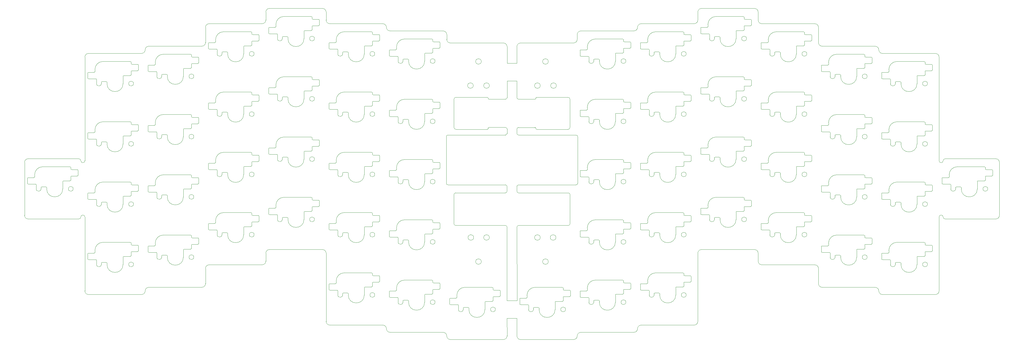
<source format=gm1>
G04 #@! TF.GenerationSoftware,KiCad,Pcbnew,(6.0.0-rc2-14-ga17a58203b)*
G04 #@! TF.CreationDate,2022-01-11T14:57:49+08:00*
G04 #@! TF.ProjectId,underplate,756e6465-7270-46c6-9174-652e6b696361,rev?*
G04 #@! TF.SameCoordinates,Original*
G04 #@! TF.FileFunction,Profile,NP*
%FSLAX46Y46*%
G04 Gerber Fmt 4.6, Leading zero omitted, Abs format (unit mm)*
G04 Created by KiCad (PCBNEW (6.0.0-rc2-14-ga17a58203b)) date 2022-01-11 14:57:49*
%MOMM*%
%LPD*%
G01*
G04 APERTURE LIST*
G04 #@! TA.AperFunction,Profile*
%ADD10C,0.100000*%
G04 #@! TD*
G04 #@! TA.AperFunction,Profile*
%ADD11C,0.120000*%
G04 #@! TD*
G04 APERTURE END LIST*
D10*
X189594987Y-108712444D02*
G75*
G03*
X188960027Y-109342423I-4960J-629980D01*
G01*
X344098650Y-128143004D02*
G75*
G03*
X343463654Y-128778000I0J-634996D01*
G01*
X205731877Y-103576623D02*
X208843650Y-103576623D01*
X205731877Y-184145423D02*
X205724027Y-178557423D01*
X225615500Y-109347000D02*
X225615500Y-118237000D01*
X208851500Y-138430000D02*
X208851500Y-136906000D01*
X360100650Y-147193000D02*
G75*
G03*
X361243650Y-146050000I0J1143000D01*
G01*
X209359500Y-136398000D02*
X227520500Y-136398000D01*
X128388877Y-161666423D02*
G75*
G03*
X129531877Y-160523423I0J1143000D01*
G01*
X285043650Y-157988000D02*
G75*
G03*
X283900650Y-156845000I-1143000J0D01*
G01*
X342193661Y-128777999D02*
X342193650Y-96012000D01*
X304093650Y-162814000D02*
G75*
G03*
X302950650Y-161671000I-1143000J0D01*
G01*
X323143650Y-93726000D02*
G75*
G03*
X324286650Y-94869000I1143000J0D01*
G01*
X186547027Y-121153423D02*
X186547027Y-135885423D01*
X208843650Y-120142000D02*
X208843650Y-118750000D01*
X221297500Y-105029000D02*
G75*
G03*
X221297500Y-105029000I-889000J0D01*
G01*
X186681877Y-184145423D02*
G75*
G03*
X187824877Y-185288423I1143000J0D01*
G01*
X199501027Y-118867423D02*
G75*
G03*
X199755027Y-118613423I0J254000D01*
G01*
X344098650Y-147193000D02*
X360100650Y-147193000D01*
X129531877Y-81783423D02*
X129531877Y-84323423D01*
X205731877Y-118745423D02*
G75*
G03*
X205223877Y-118237423I-508001J-1D01*
G01*
X209986650Y-185293000D02*
X226750650Y-185293000D01*
X148581877Y-81783423D02*
G75*
G03*
X147438877Y-80640423I-1143000J0D01*
G01*
X148581877Y-179573423D02*
G75*
G03*
X149724877Y-180716423I1143000J0D01*
G01*
X224985520Y-118871961D02*
G75*
G03*
X225615500Y-118237000I-1J630001D01*
G01*
X187824877Y-91562423D02*
X204588877Y-91562423D01*
X111624877Y-85466423D02*
G75*
G03*
X110481877Y-86609423I0J-1143000D01*
G01*
X148581877Y-157983423D02*
X148581877Y-179573423D01*
X208843650Y-184150000D02*
G75*
G03*
X209986650Y-185293000I1143000J0D01*
G01*
X130674877Y-156840423D02*
G75*
G03*
X129531877Y-157983423I0J-1143000D01*
G01*
X92574877Y-92578423D02*
G75*
G03*
X91431877Y-93721423I0J-1143000D01*
G01*
X186547027Y-135885423D02*
G75*
G03*
X187055027Y-136393423I508001J1D01*
G01*
X205223877Y-118237423D02*
X200009027Y-118237423D01*
X166488877Y-85466423D02*
X149724877Y-85466423D01*
X208843650Y-108834000D02*
G75*
G03*
X209351650Y-109342000I508001J1D01*
G01*
X208873627Y-172969423D02*
X208851500Y-149733000D01*
X245800650Y-87757000D02*
G75*
G03*
X246943650Y-86614000I0J1143000D01*
G01*
X188960027Y-139441423D02*
X188960027Y-148712423D01*
X214566500Y-109342000D02*
G75*
G03*
X214820500Y-109088000I0J254000D01*
G01*
X341050650Y-94869000D02*
X324286650Y-94869000D01*
X264850650Y-85471000D02*
X248086650Y-85471000D01*
X323143650Y-169926000D02*
G75*
G03*
X324286650Y-171069000I1143000J0D01*
G01*
X128388877Y-85466423D02*
G75*
G03*
X129531877Y-84323423I0J1143000D01*
G01*
X130674877Y-80640423D02*
G75*
G03*
X129531877Y-81783423I0J-1143000D01*
G01*
X265993650Y-81788000D02*
X265993650Y-84328000D01*
X200136027Y-105024423D02*
G75*
G03*
X200136027Y-105024423I-889000J0D01*
G01*
X228028500Y-121158000D02*
G75*
G03*
X227520500Y-120650000I-508001J-1D01*
G01*
X70476877Y-147188423D02*
G75*
G03*
X71111873Y-146553427I0J634996D01*
G01*
X205724027Y-136901423D02*
X205724027Y-138425423D01*
X225615500Y-139446000D02*
G75*
G03*
X225107500Y-138938000I-508001J-1D01*
G01*
X109338877Y-92578423D02*
X92574877Y-92578423D01*
X205223877Y-109337423D02*
G75*
G03*
X205731877Y-108829423I-1J508001D01*
G01*
X92574877Y-168778423D02*
G75*
G03*
X91431877Y-169921423I0J-1143000D01*
G01*
X111624877Y-161666423D02*
G75*
G03*
X110481877Y-162809423I0J-1143000D01*
G01*
X265993650Y-179578000D02*
X265993650Y-157988000D01*
X205731877Y-118745423D02*
X205731877Y-120137423D01*
X199755027Y-108961423D02*
X199755027Y-109083423D01*
X109338877Y-168778423D02*
G75*
G03*
X110481877Y-167635423I0J1143000D01*
G01*
X199501027Y-118867423D02*
X189590007Y-118867383D01*
X228028500Y-135890000D02*
X228028500Y-121158000D01*
X305236650Y-168783000D02*
X322000650Y-168783000D01*
X189594987Y-108712443D02*
X199501027Y-108707423D01*
X229036650Y-183007000D02*
X245800650Y-183007000D01*
X208843650Y-92710000D02*
X208848227Y-97975423D01*
X148581877Y-157983423D02*
G75*
G03*
X147438877Y-156840423I-1143000J0D01*
G01*
X285043650Y-160528000D02*
G75*
G03*
X286186650Y-161671000I1143000J0D01*
G01*
X189468027Y-138933423D02*
G75*
G03*
X188960027Y-139441423I1J-508001D01*
G01*
X187055027Y-120645423D02*
G75*
G03*
X186547027Y-121153423I1J-508001D01*
G01*
X208843650Y-108834000D02*
X208843650Y-103576623D01*
X248086650Y-180721000D02*
G75*
G03*
X246943650Y-181864000I0J-1143000D01*
G01*
X264850650Y-180721000D02*
G75*
G03*
X265993650Y-179578000I0J1143000D01*
G01*
X72381865Y-146553427D02*
G75*
G03*
X71746869Y-145918431I-634996J0D01*
G01*
X209359500Y-138938000D02*
X225107500Y-138938000D01*
X343463654Y-146558004D02*
G75*
G03*
X342828658Y-145923008I-634996J0D01*
G01*
X90288877Y-171064423D02*
G75*
G03*
X91431877Y-169921423I0J1143000D01*
G01*
X72381865Y-146553427D02*
X72381877Y-169921423D01*
X186681877Y-184145423D02*
G75*
G03*
X185538877Y-183002423I-1143000J0D01*
G01*
X204588877Y-185288423D02*
G75*
G03*
X205731877Y-184145423I0J1143000D01*
G01*
X72381877Y-169921423D02*
G75*
G03*
X73524877Y-171064423I1143000J0D01*
G01*
X110481877Y-167635423D02*
X110481877Y-162809423D01*
X324286650Y-171069000D02*
X341050650Y-171069000D01*
X209359500Y-136398000D02*
G75*
G03*
X208851500Y-136906000I1J-508001D01*
G01*
X227520500Y-120650000D02*
X209351650Y-120650000D01*
X109338877Y-92578423D02*
G75*
G03*
X110481877Y-91435423I0J1143000D01*
G01*
X147438877Y-80640423D02*
X130674877Y-80640423D01*
X248086650Y-180721000D02*
X264850650Y-180721000D01*
X227520500Y-136398000D02*
G75*
G03*
X228028500Y-135890000I-1J508001D01*
G01*
X285043650Y-84328000D02*
X285043650Y-81788000D01*
X226750650Y-91567000D02*
G75*
G03*
X227893650Y-90424000I0J1143000D01*
G01*
X218757500Y-160655000D02*
G75*
G03*
X218757500Y-160655000I-889000J0D01*
G01*
X167631877Y-181859423D02*
G75*
G03*
X168774877Y-183002423I1143000J0D01*
G01*
X342828658Y-129412996D02*
G75*
G03*
X343463654Y-128778000I0J634996D01*
G01*
X225615500Y-148717000D02*
X225615500Y-139446000D01*
X209359500Y-149225000D02*
X225107500Y-149225000D01*
X342193650Y-96012000D02*
G75*
G03*
X341050650Y-94869000I-1143000J0D01*
G01*
X197596027Y-97404423D02*
G75*
G03*
X197596027Y-97404423I-889000J0D01*
G01*
X323143650Y-93726000D02*
G75*
G03*
X322000650Y-92583000I-1143000J0D01*
G01*
X185538877Y-87752423D02*
X168774877Y-87752423D01*
X205724027Y-136901423D02*
G75*
G03*
X205216027Y-136393423I-508001J-1D01*
G01*
X208843650Y-120142000D02*
G75*
G03*
X209351650Y-120650000I508001J1D01*
G01*
X215074500Y-108712000D02*
G75*
G03*
X214820500Y-108966000I0J-254000D01*
G01*
X188960027Y-118232423D02*
X188960027Y-109342423D01*
X285043650Y-81788000D02*
G75*
G03*
X283900650Y-80645000I-1143000J0D01*
G01*
X360100650Y-128143000D02*
X344098650Y-128143004D01*
X71746870Y-129408418D02*
G75*
G03*
X72381866Y-128773422I0J634996D01*
G01*
X54474877Y-128138423D02*
G75*
G03*
X53331877Y-129281423I0J-1143000D01*
G01*
X205731877Y-103576623D02*
X205731877Y-108829423D01*
X148581877Y-84323423D02*
G75*
G03*
X149724877Y-85466423I1143000J0D01*
G01*
X71111873Y-128773423D02*
G75*
G03*
X71746869Y-129408419I634996J0D01*
G01*
X189468027Y-138933423D02*
X205216027Y-138933423D01*
X283900650Y-80645000D02*
X267136650Y-80645000D01*
X214820500Y-109088000D02*
X214820500Y-108966000D01*
X188960027Y-148712423D02*
G75*
G03*
X189468027Y-149220423I508001J1D01*
G01*
X205223877Y-109337423D02*
X200009027Y-109337423D01*
X54474877Y-147188423D02*
X70476877Y-147188423D01*
X267136650Y-80645000D02*
G75*
G03*
X265993650Y-81788000I0J-1143000D01*
G01*
X200136027Y-153030423D02*
G75*
G03*
X200136027Y-153030423I-889000J0D01*
G01*
X187055027Y-136393423D02*
X205216027Y-136393423D01*
X205740027Y-97975423D02*
X208848227Y-97975423D01*
X304093650Y-86614000D02*
G75*
G03*
X302950650Y-85471000I-1143000J0D01*
G01*
X361243650Y-146050000D02*
X361243650Y-129286000D01*
X197596027Y-160650423D02*
G75*
G03*
X197596027Y-160650423I-889000J0D01*
G01*
X214566500Y-109342000D02*
X209351650Y-109342000D01*
X215074500Y-108712000D02*
X224980540Y-108717020D01*
X342828658Y-145923008D02*
G75*
G03*
X342193662Y-146558004I0J-634996D01*
G01*
X92574877Y-168778423D02*
X109338877Y-168778423D01*
X195183027Y-153030423D02*
G75*
G03*
X195183027Y-153030423I-889000J0D01*
G01*
X73524877Y-171064423D02*
X90288877Y-171064423D01*
X229036650Y-87757000D02*
G75*
G03*
X227893650Y-88900000I0J-1143000D01*
G01*
X214820500Y-118618000D02*
X214820500Y-118496000D01*
X195056027Y-105024423D02*
G75*
G03*
X195056027Y-105024423I-889000J0D01*
G01*
X342193661Y-128777999D02*
G75*
G03*
X342828657Y-129412995I634996J0D01*
G01*
X229036650Y-183007000D02*
G75*
G03*
X227893650Y-184150000I0J-1143000D01*
G01*
X221170500Y-153035000D02*
G75*
G03*
X221170500Y-153035000I-889000J0D01*
G01*
X186681877Y-88895423D02*
G75*
G03*
X185538877Y-87752423I-1143000J0D01*
G01*
X90288877Y-94864423D02*
X73524877Y-94864423D01*
X205731877Y-92705423D02*
G75*
G03*
X204588877Y-91562423I-1143000J0D01*
G01*
X226750650Y-185293000D02*
G75*
G03*
X227893650Y-184150000I0J1143000D01*
G01*
X267136650Y-156845000D02*
X283900650Y-156845000D01*
X70476877Y-128138427D02*
X54474877Y-128138423D01*
X342193650Y-169926000D02*
X342193662Y-146558004D01*
X341050650Y-171069000D02*
G75*
G03*
X342193650Y-169926000I0J1143000D01*
G01*
X199755027Y-118491423D02*
X199755027Y-118613423D01*
X209986650Y-91567000D02*
G75*
G03*
X208843650Y-92710000I0J-1143000D01*
G01*
X167631877Y-86609423D02*
G75*
G03*
X166488877Y-85466423I-1143000J0D01*
G01*
X53331877Y-129281423D02*
X53331877Y-146045423D01*
X323143650Y-169926000D02*
G75*
G03*
X322000650Y-168783000I-1143000J0D01*
G01*
X304093650Y-91440000D02*
X304093650Y-86614000D01*
X248086650Y-85471000D02*
G75*
G03*
X246943650Y-86614000I0J-1143000D01*
G01*
X225615501Y-109347000D02*
G75*
G03*
X224980540Y-108717020I-630001J-1D01*
G01*
X189468027Y-149220423D02*
X205216027Y-149220423D01*
X304093650Y-91440000D02*
G75*
G03*
X305236650Y-92583000I1143000J0D01*
G01*
X214566500Y-118242000D02*
X209351650Y-118242000D01*
X71111873Y-128773423D02*
G75*
G03*
X70476877Y-128138427I-634996J0D01*
G01*
X216217500Y-105029000D02*
G75*
G03*
X216217500Y-105029000I-889000J0D01*
G01*
X129531877Y-160523423D02*
X129531877Y-157983423D01*
X168774877Y-183002423D02*
X185538877Y-183002423D01*
X216217500Y-153035000D02*
G75*
G03*
X216217500Y-153035000I-889000J0D01*
G01*
X167631877Y-181859423D02*
G75*
G03*
X166488877Y-180716423I-1143000J0D01*
G01*
X218757500Y-97409000D02*
G75*
G03*
X218757500Y-97409000I-889000J0D01*
G01*
X167631877Y-86609423D02*
G75*
G03*
X168774877Y-87752423I1143000J0D01*
G01*
X214820500Y-118618000D02*
G75*
G03*
X215074500Y-118872000I254000J0D01*
G01*
X205216027Y-138933423D02*
G75*
G03*
X205724027Y-138425423I-1J508001D01*
G01*
X285043650Y-84328000D02*
G75*
G03*
X286186650Y-85471000I1143000J0D01*
G01*
X72381877Y-96007423D02*
X72381866Y-128773422D01*
X285043650Y-157988000D02*
X285043650Y-160528000D01*
X208851500Y-138430000D02*
G75*
G03*
X209359500Y-138938000I508001J1D01*
G01*
X187824877Y-185288423D02*
X204588877Y-185288423D01*
X322000650Y-92583000D02*
X305236650Y-92583000D01*
X111624877Y-161666423D02*
X128388877Y-161666423D01*
X245800650Y-183007000D02*
G75*
G03*
X246943650Y-181864000I0J1143000D01*
G01*
X200009027Y-118237423D02*
G75*
G03*
X199755027Y-118491423I0J-254000D01*
G01*
X130674877Y-156840423D02*
X147438877Y-156840423D01*
X225107500Y-149225000D02*
G75*
G03*
X225615500Y-148717000I-1J508001D01*
G01*
X205223877Y-120645423D02*
X187055027Y-120645423D01*
X110481877Y-86609423D02*
X110481877Y-91435423D01*
X214820500Y-118496000D02*
G75*
G03*
X214566500Y-118242000I-254000J0D01*
G01*
X245800650Y-87757000D02*
X229036650Y-87757000D01*
X209359500Y-149225000D02*
G75*
G03*
X208851500Y-149733000I1J-508001D01*
G01*
X148581877Y-84323423D02*
X148581877Y-81783423D01*
X227893650Y-90424000D02*
X227893650Y-88900000D01*
X209351650Y-118242000D02*
G75*
G03*
X208843650Y-118750000I1J-508001D01*
G01*
X73524877Y-94864423D02*
G75*
G03*
X72381877Y-96007423I0J-1143000D01*
G01*
X188960028Y-118232423D02*
G75*
G03*
X189590007Y-118867383I629980J-4960D01*
G01*
X343463654Y-146558004D02*
G75*
G03*
X344098650Y-147193000I634996J0D01*
G01*
X205223877Y-120645423D02*
G75*
G03*
X205731877Y-120137423I-1J508001D01*
G01*
X209986650Y-91567000D02*
X226750650Y-91567000D01*
X361243650Y-129286000D02*
G75*
G03*
X360100650Y-128143000I-1143000J0D01*
G01*
X199755027Y-108961423D02*
G75*
G03*
X199501027Y-108707423I-254000J0D01*
G01*
X71746869Y-145918431D02*
G75*
G03*
X71111873Y-146553427I0J-634996D01*
G01*
X90288877Y-94864423D02*
G75*
G03*
X91431877Y-93721423I0J1143000D01*
G01*
X128388877Y-85466423D02*
X111624877Y-85466423D01*
X199755027Y-109083423D02*
G75*
G03*
X200009027Y-109337423I254000J0D01*
G01*
X186681877Y-88895423D02*
X186681877Y-90419423D01*
X267136650Y-156845000D02*
G75*
G03*
X265993650Y-157988000I0J-1143000D01*
G01*
X205724027Y-149728423D02*
X205724027Y-172969423D01*
X304093650Y-167640000D02*
G75*
G03*
X305236650Y-168783000I1143000J0D01*
G01*
X224985520Y-118871960D02*
X215074500Y-118872000D01*
X208851500Y-178557423D02*
X208843650Y-184150000D01*
X286186650Y-161671000D02*
X302950650Y-161671000D01*
X205724027Y-149728423D02*
G75*
G03*
X205216027Y-149220423I-508001J-1D01*
G01*
X205724027Y-178557423D02*
X208851500Y-178557423D01*
X264850650Y-85471000D02*
G75*
G03*
X265993650Y-84328000I0J1143000D01*
G01*
X302950650Y-85471000D02*
X286186650Y-85471000D01*
X205731877Y-92705423D02*
X205740027Y-97975423D01*
X149724877Y-180716423D02*
X166488877Y-180716423D01*
X53331877Y-146045423D02*
G75*
G03*
X54474877Y-147188423I1143000J0D01*
G01*
X205724027Y-172969423D02*
X208873627Y-172969423D01*
X304093650Y-162814000D02*
X304093650Y-167640000D01*
X186681877Y-90419423D02*
G75*
G03*
X187824877Y-91562423I1143000J0D01*
G01*
D11*
X146168877Y-105151423D02*
X144390877Y-105151423D01*
X132706877Y-104770423D02*
X132706877Y-105405423D01*
X144136877Y-102484423D02*
X144136877Y-102865423D01*
X134738877Y-109215423D02*
X134738877Y-108834423D01*
X130420877Y-107437423D02*
X130420877Y-105913423D01*
X132960877Y-107691423D02*
X130674877Y-107691423D01*
X135246877Y-102230423D02*
X143882877Y-102230423D01*
X136516877Y-108834423D02*
X136516877Y-109215423D01*
X130674877Y-105659423D02*
X132452877Y-105659423D01*
X144390877Y-103119423D02*
X146168877Y-103119423D01*
X134992877Y-108580423D02*
X136262877Y-108580423D01*
X144136877Y-105405423D02*
X144136877Y-106421423D01*
X133214877Y-107945423D02*
X133214877Y-109215423D01*
X146422877Y-103373423D02*
X146422877Y-104897423D01*
X143882877Y-106675423D02*
X141850877Y-106675423D01*
X141596877Y-109215423D02*
X141596877Y-106929423D01*
X144390877Y-105151423D02*
G75*
G03*
X144136877Y-105405423I0J-254000D01*
G01*
X130674877Y-105659423D02*
G75*
G03*
X130420877Y-105913423I0J-254000D01*
G01*
X136516877Y-108834423D02*
G75*
G03*
X136262877Y-108580423I-254000J0D01*
G01*
X133214877Y-107945423D02*
G75*
G03*
X132960877Y-107691423I-254000J0D01*
G01*
X135246877Y-102230423D02*
G75*
G03*
X132706877Y-104770423I1J-2540001D01*
G01*
X132452877Y-105659423D02*
G75*
G03*
X132706877Y-105405423I0J254000D01*
G01*
X143882877Y-106675423D02*
G75*
G03*
X144136877Y-106421423I0J254000D01*
G01*
X144136877Y-102865423D02*
G75*
G03*
X144390877Y-103119423I254000J0D01*
G01*
X141850877Y-106675423D02*
G75*
G03*
X141596877Y-106929423I0J-254000D01*
G01*
X136516877Y-109215423D02*
G75*
G03*
X141596877Y-109215423I2540000J0D01*
G01*
X134992877Y-108580423D02*
G75*
G03*
X134738877Y-108834423I0J-254000D01*
G01*
X133214877Y-109215423D02*
G75*
G03*
X134738877Y-109215423I762000J0D01*
G01*
X146422877Y-103373423D02*
G75*
G03*
X146168877Y-103119423I-254000J0D01*
G01*
X144136877Y-102484423D02*
G75*
G03*
X143882877Y-102230423I-254000J0D01*
G01*
X146168877Y-105151423D02*
G75*
G03*
X146422877Y-104897423I0J254000D01*
G01*
X130420877Y-107437423D02*
G75*
G03*
X130674877Y-107691423I254000J0D01*
G01*
X144898877Y-109215423D02*
G75*
G03*
X144898877Y-109215423I-762000J0D01*
G01*
X301680650Y-129032000D02*
X299902650Y-129032000D01*
X288218650Y-128651000D02*
X288218650Y-129286000D01*
X299648650Y-126365000D02*
X299648650Y-126746000D01*
X290250650Y-133096000D02*
X290250650Y-132715000D01*
X285932650Y-131318000D02*
X285932650Y-129794000D01*
X288472650Y-131572000D02*
X286186650Y-131572000D01*
X290758650Y-126111000D02*
X299394650Y-126111000D01*
X292028650Y-132715000D02*
X292028650Y-133096000D01*
X286186650Y-129540000D02*
X287964650Y-129540000D01*
X299902650Y-127000000D02*
X301680650Y-127000000D01*
X290504650Y-132461000D02*
X291774650Y-132461000D01*
X299648650Y-129286000D02*
X299648650Y-130302000D01*
X288726650Y-131826000D02*
X288726650Y-133096000D01*
X301934650Y-127254000D02*
X301934650Y-128778000D01*
X299394650Y-130556000D02*
X297362650Y-130556000D01*
X297108650Y-133096000D02*
X297108650Y-130810000D01*
X299902650Y-129032000D02*
G75*
G03*
X299648650Y-129286000I0J-254000D01*
G01*
X286186650Y-129540000D02*
G75*
G03*
X285932650Y-129794000I0J-254000D01*
G01*
X292028650Y-132715000D02*
G75*
G03*
X291774650Y-132461000I-254000J0D01*
G01*
X288726650Y-131826000D02*
G75*
G03*
X288472650Y-131572000I-254000J0D01*
G01*
X290758650Y-126111000D02*
G75*
G03*
X288218650Y-128651000I1J-2540001D01*
G01*
X287964650Y-129540000D02*
G75*
G03*
X288218650Y-129286000I0J254000D01*
G01*
X299394650Y-130556000D02*
G75*
G03*
X299648650Y-130302000I0J254000D01*
G01*
X299648650Y-126746000D02*
G75*
G03*
X299902650Y-127000000I254000J0D01*
G01*
X297362650Y-130556000D02*
G75*
G03*
X297108650Y-130810000I0J-254000D01*
G01*
X292028650Y-133096000D02*
G75*
G03*
X297108650Y-133096000I2540000J0D01*
G01*
X290504650Y-132461000D02*
G75*
G03*
X290250650Y-132715000I0J-254000D01*
G01*
X288726650Y-133096000D02*
G75*
G03*
X290250650Y-133096000I762000J0D01*
G01*
X301934650Y-127254000D02*
G75*
G03*
X301680650Y-127000000I-254000J0D01*
G01*
X299648650Y-126365000D02*
G75*
G03*
X299394650Y-126111000I-254000J0D01*
G01*
X301680650Y-129032000D02*
G75*
G03*
X301934650Y-128778000I0J254000D01*
G01*
X285932650Y-131318000D02*
G75*
G03*
X286186650Y-131572000I254000J0D01*
G01*
X300410650Y-133096000D02*
G75*
G03*
X300410650Y-133096000I-762000J0D01*
G01*
X263580650Y-167132000D02*
X261802650Y-167132000D01*
X250118650Y-166751000D02*
X250118650Y-167386000D01*
X261548650Y-164465000D02*
X261548650Y-164846000D01*
X252150650Y-171196000D02*
X252150650Y-170815000D01*
X247832650Y-169418000D02*
X247832650Y-167894000D01*
X250372650Y-169672000D02*
X248086650Y-169672000D01*
X252658650Y-164211000D02*
X261294650Y-164211000D01*
X253928650Y-170815000D02*
X253928650Y-171196000D01*
X248086650Y-167640000D02*
X249864650Y-167640000D01*
X261802650Y-165100000D02*
X263580650Y-165100000D01*
X252404650Y-170561000D02*
X253674650Y-170561000D01*
X261548650Y-167386000D02*
X261548650Y-168402000D01*
X250626650Y-169926000D02*
X250626650Y-171196000D01*
X263834650Y-165354000D02*
X263834650Y-166878000D01*
X261294650Y-168656000D02*
X259262650Y-168656000D01*
X259008650Y-171196000D02*
X259008650Y-168910000D01*
X261802650Y-167132000D02*
G75*
G03*
X261548650Y-167386000I0J-254000D01*
G01*
X248086650Y-167640000D02*
G75*
G03*
X247832650Y-167894000I0J-254000D01*
G01*
X253928650Y-170815000D02*
G75*
G03*
X253674650Y-170561000I-254000J0D01*
G01*
X250626650Y-169926000D02*
G75*
G03*
X250372650Y-169672000I-254000J0D01*
G01*
X252658650Y-164211000D02*
G75*
G03*
X250118650Y-166751000I1J-2540001D01*
G01*
X249864650Y-167640000D02*
G75*
G03*
X250118650Y-167386000I0J254000D01*
G01*
X261294650Y-168656000D02*
G75*
G03*
X261548650Y-168402000I0J254000D01*
G01*
X261548650Y-164846000D02*
G75*
G03*
X261802650Y-165100000I254000J0D01*
G01*
X259262650Y-168656000D02*
G75*
G03*
X259008650Y-168910000I0J-254000D01*
G01*
X253928650Y-171196000D02*
G75*
G03*
X259008650Y-171196000I2540000J0D01*
G01*
X252404650Y-170561000D02*
G75*
G03*
X252150650Y-170815000I0J-254000D01*
G01*
X250626650Y-171196000D02*
G75*
G03*
X252150650Y-171196000I762000J0D01*
G01*
X263834650Y-165354000D02*
G75*
G03*
X263580650Y-165100000I-254000J0D01*
G01*
X261548650Y-164465000D02*
G75*
G03*
X261294650Y-164211000I-254000J0D01*
G01*
X263580650Y-167132000D02*
G75*
G03*
X263834650Y-166878000I0J254000D01*
G01*
X247832650Y-169418000D02*
G75*
G03*
X248086650Y-169672000I254000J0D01*
G01*
X262310650Y-171196000D02*
G75*
G03*
X262310650Y-171196000I-762000J0D01*
G01*
X184268877Y-112263423D02*
X182490877Y-112263423D01*
X170806877Y-111882423D02*
X170806877Y-112517423D01*
X182236877Y-109596423D02*
X182236877Y-109977423D01*
X172838877Y-116327423D02*
X172838877Y-115946423D01*
X168520877Y-114549423D02*
X168520877Y-113025423D01*
X171060877Y-114803423D02*
X168774877Y-114803423D01*
X173346877Y-109342423D02*
X181982877Y-109342423D01*
X174616877Y-115946423D02*
X174616877Y-116327423D01*
X168774877Y-112771423D02*
X170552877Y-112771423D01*
X182490877Y-110231423D02*
X184268877Y-110231423D01*
X173092877Y-115692423D02*
X174362877Y-115692423D01*
X182236877Y-112517423D02*
X182236877Y-113533423D01*
X171314877Y-115057423D02*
X171314877Y-116327423D01*
X184522877Y-110485423D02*
X184522877Y-112009423D01*
X181982877Y-113787423D02*
X179950877Y-113787423D01*
X179696877Y-116327423D02*
X179696877Y-114041423D01*
X182490877Y-112263423D02*
G75*
G03*
X182236877Y-112517423I0J-254000D01*
G01*
X168774877Y-112771423D02*
G75*
G03*
X168520877Y-113025423I0J-254000D01*
G01*
X174616877Y-115946423D02*
G75*
G03*
X174362877Y-115692423I-254000J0D01*
G01*
X171314877Y-115057423D02*
G75*
G03*
X171060877Y-114803423I-254000J0D01*
G01*
X173346877Y-109342423D02*
G75*
G03*
X170806877Y-111882423I1J-2540001D01*
G01*
X170552877Y-112771423D02*
G75*
G03*
X170806877Y-112517423I0J254000D01*
G01*
X181982877Y-113787423D02*
G75*
G03*
X182236877Y-113533423I0J254000D01*
G01*
X182236877Y-109977423D02*
G75*
G03*
X182490877Y-110231423I254000J0D01*
G01*
X179950877Y-113787423D02*
G75*
G03*
X179696877Y-114041423I0J-254000D01*
G01*
X174616877Y-116327423D02*
G75*
G03*
X179696877Y-116327423I2540000J0D01*
G01*
X173092877Y-115692423D02*
G75*
G03*
X172838877Y-115946423I0J-254000D01*
G01*
X171314877Y-116327423D02*
G75*
G03*
X172838877Y-116327423I762000J0D01*
G01*
X184522877Y-110485423D02*
G75*
G03*
X184268877Y-110231423I-254000J0D01*
G01*
X182236877Y-109596423D02*
G75*
G03*
X181982877Y-109342423I-254000J0D01*
G01*
X184268877Y-112263423D02*
G75*
G03*
X184522877Y-112009423I0J254000D01*
G01*
X168520877Y-114549423D02*
G75*
G03*
X168774877Y-114803423I254000J0D01*
G01*
X182998877Y-116327423D02*
G75*
G03*
X182998877Y-116327423I-762000J0D01*
G01*
X184268877Y-93213423D02*
X182490877Y-93213423D01*
X170806877Y-92832423D02*
X170806877Y-93467423D01*
X182236877Y-90546423D02*
X182236877Y-90927423D01*
X172838877Y-97277423D02*
X172838877Y-96896423D01*
X168520877Y-95499423D02*
X168520877Y-93975423D01*
X171060877Y-95753423D02*
X168774877Y-95753423D01*
X173346877Y-90292423D02*
X181982877Y-90292423D01*
X174616877Y-96896423D02*
X174616877Y-97277423D01*
X168774877Y-93721423D02*
X170552877Y-93721423D01*
X182490877Y-91181423D02*
X184268877Y-91181423D01*
X173092877Y-96642423D02*
X174362877Y-96642423D01*
X182236877Y-93467423D02*
X182236877Y-94483423D01*
X171314877Y-96007423D02*
X171314877Y-97277423D01*
X184522877Y-91435423D02*
X184522877Y-92959423D01*
X181982877Y-94737423D02*
X179950877Y-94737423D01*
X179696877Y-97277423D02*
X179696877Y-94991423D01*
X182490877Y-93213423D02*
G75*
G03*
X182236877Y-93467423I0J-254000D01*
G01*
X168774877Y-93721423D02*
G75*
G03*
X168520877Y-93975423I0J-254000D01*
G01*
X174616877Y-96896423D02*
G75*
G03*
X174362877Y-96642423I-254000J0D01*
G01*
X171314877Y-96007423D02*
G75*
G03*
X171060877Y-95753423I-254000J0D01*
G01*
X173346877Y-90292423D02*
G75*
G03*
X170806877Y-92832423I1J-2540001D01*
G01*
X170552877Y-93721423D02*
G75*
G03*
X170806877Y-93467423I0J254000D01*
G01*
X181982877Y-94737423D02*
G75*
G03*
X182236877Y-94483423I0J254000D01*
G01*
X182236877Y-90927423D02*
G75*
G03*
X182490877Y-91181423I254000J0D01*
G01*
X179950877Y-94737423D02*
G75*
G03*
X179696877Y-94991423I0J-254000D01*
G01*
X174616877Y-97277423D02*
G75*
G03*
X179696877Y-97277423I2540000J0D01*
G01*
X173092877Y-96642423D02*
G75*
G03*
X172838877Y-96896423I0J-254000D01*
G01*
X171314877Y-97277423D02*
G75*
G03*
X172838877Y-97277423I762000J0D01*
G01*
X184522877Y-91435423D02*
G75*
G03*
X184268877Y-91181423I-254000J0D01*
G01*
X182236877Y-90546423D02*
G75*
G03*
X181982877Y-90292423I-254000J0D01*
G01*
X184268877Y-93213423D02*
G75*
G03*
X184522877Y-92959423I0J254000D01*
G01*
X168520877Y-95499423D02*
G75*
G03*
X168774877Y-95753423I254000J0D01*
G01*
X182998877Y-97277423D02*
G75*
G03*
X182998877Y-97277423I-762000J0D01*
G01*
X165218877Y-109977423D02*
X163440877Y-109977423D01*
X151756877Y-109596423D02*
X151756877Y-110231423D01*
X163186877Y-107310423D02*
X163186877Y-107691423D01*
X153788877Y-114041423D02*
X153788877Y-113660423D01*
X149470877Y-112263423D02*
X149470877Y-110739423D01*
X152010877Y-112517423D02*
X149724877Y-112517423D01*
X154296877Y-107056423D02*
X162932877Y-107056423D01*
X155566877Y-113660423D02*
X155566877Y-114041423D01*
X149724877Y-110485423D02*
X151502877Y-110485423D01*
X163440877Y-107945423D02*
X165218877Y-107945423D01*
X154042877Y-113406423D02*
X155312877Y-113406423D01*
X163186877Y-110231423D02*
X163186877Y-111247423D01*
X152264877Y-112771423D02*
X152264877Y-114041423D01*
X165472877Y-108199423D02*
X165472877Y-109723423D01*
X162932877Y-111501423D02*
X160900877Y-111501423D01*
X160646877Y-114041423D02*
X160646877Y-111755423D01*
X163440877Y-109977423D02*
G75*
G03*
X163186877Y-110231423I0J-254000D01*
G01*
X149724877Y-110485423D02*
G75*
G03*
X149470877Y-110739423I0J-254000D01*
G01*
X155566877Y-113660423D02*
G75*
G03*
X155312877Y-113406423I-254000J0D01*
G01*
X152264877Y-112771423D02*
G75*
G03*
X152010877Y-112517423I-254000J0D01*
G01*
X154296877Y-107056423D02*
G75*
G03*
X151756877Y-109596423I1J-2540001D01*
G01*
X151502877Y-110485423D02*
G75*
G03*
X151756877Y-110231423I0J254000D01*
G01*
X162932877Y-111501423D02*
G75*
G03*
X163186877Y-111247423I0J254000D01*
G01*
X163186877Y-107691423D02*
G75*
G03*
X163440877Y-107945423I254000J0D01*
G01*
X160900877Y-111501423D02*
G75*
G03*
X160646877Y-111755423I0J-254000D01*
G01*
X155566877Y-114041423D02*
G75*
G03*
X160646877Y-114041423I2540000J0D01*
G01*
X154042877Y-113406423D02*
G75*
G03*
X153788877Y-113660423I0J-254000D01*
G01*
X152264877Y-114041423D02*
G75*
G03*
X153788877Y-114041423I762000J0D01*
G01*
X165472877Y-108199423D02*
G75*
G03*
X165218877Y-107945423I-254000J0D01*
G01*
X163186877Y-107310423D02*
G75*
G03*
X162932877Y-107056423I-254000J0D01*
G01*
X165218877Y-109977423D02*
G75*
G03*
X165472877Y-109723423I0J254000D01*
G01*
X149470877Y-112263423D02*
G75*
G03*
X149724877Y-112517423I254000J0D01*
G01*
X163948877Y-114041423D02*
G75*
G03*
X163948877Y-114041423I-762000J0D01*
G01*
X339780650Y-100330000D02*
X338002650Y-100330000D01*
X326318650Y-99949000D02*
X326318650Y-100584000D01*
X337748650Y-97663000D02*
X337748650Y-98044000D01*
X328350650Y-104394000D02*
X328350650Y-104013000D01*
X324032650Y-102616000D02*
X324032650Y-101092000D01*
X326572650Y-102870000D02*
X324286650Y-102870000D01*
X328858650Y-97409000D02*
X337494650Y-97409000D01*
X330128650Y-104013000D02*
X330128650Y-104394000D01*
X324286650Y-100838000D02*
X326064650Y-100838000D01*
X338002650Y-98298000D02*
X339780650Y-98298000D01*
X328604650Y-103759000D02*
X329874650Y-103759000D01*
X337748650Y-100584000D02*
X337748650Y-101600000D01*
X326826650Y-103124000D02*
X326826650Y-104394000D01*
X340034650Y-98552000D02*
X340034650Y-100076000D01*
X337494650Y-101854000D02*
X335462650Y-101854000D01*
X335208650Y-104394000D02*
X335208650Y-102108000D01*
X338002650Y-100330000D02*
G75*
G03*
X337748650Y-100584000I0J-254000D01*
G01*
X324286650Y-100838000D02*
G75*
G03*
X324032650Y-101092000I0J-254000D01*
G01*
X330128650Y-104013000D02*
G75*
G03*
X329874650Y-103759000I-254000J0D01*
G01*
X326826650Y-103124000D02*
G75*
G03*
X326572650Y-102870000I-254000J0D01*
G01*
X328858650Y-97409000D02*
G75*
G03*
X326318650Y-99949000I1J-2540001D01*
G01*
X326064650Y-100838000D02*
G75*
G03*
X326318650Y-100584000I0J254000D01*
G01*
X337494650Y-101854000D02*
G75*
G03*
X337748650Y-101600000I0J254000D01*
G01*
X337748650Y-98044000D02*
G75*
G03*
X338002650Y-98298000I254000J0D01*
G01*
X335462650Y-101854000D02*
G75*
G03*
X335208650Y-102108000I0J-254000D01*
G01*
X330128650Y-104394000D02*
G75*
G03*
X335208650Y-104394000I2540000J0D01*
G01*
X328604650Y-103759000D02*
G75*
G03*
X328350650Y-104013000I0J-254000D01*
G01*
X326826650Y-104394000D02*
G75*
G03*
X328350650Y-104394000I762000J0D01*
G01*
X340034650Y-98552000D02*
G75*
G03*
X339780650Y-98298000I-254000J0D01*
G01*
X337748650Y-97663000D02*
G75*
G03*
X337494650Y-97409000I-254000J0D01*
G01*
X339780650Y-100330000D02*
G75*
G03*
X340034650Y-100076000I0J254000D01*
G01*
X324032650Y-102616000D02*
G75*
G03*
X324286650Y-102870000I254000J0D01*
G01*
X338510650Y-104394000D02*
G75*
G03*
X338510650Y-104394000I-762000J0D01*
G01*
X339780650Y-157480000D02*
X338002650Y-157480000D01*
X326318650Y-157099000D02*
X326318650Y-157734000D01*
X337748650Y-154813000D02*
X337748650Y-155194000D01*
X328350650Y-161544000D02*
X328350650Y-161163000D01*
X324032650Y-159766000D02*
X324032650Y-158242000D01*
X326572650Y-160020000D02*
X324286650Y-160020000D01*
X328858650Y-154559000D02*
X337494650Y-154559000D01*
X330128650Y-161163000D02*
X330128650Y-161544000D01*
X324286650Y-157988000D02*
X326064650Y-157988000D01*
X338002650Y-155448000D02*
X339780650Y-155448000D01*
X328604650Y-160909000D02*
X329874650Y-160909000D01*
X337748650Y-157734000D02*
X337748650Y-158750000D01*
X326826650Y-160274000D02*
X326826650Y-161544000D01*
X340034650Y-155702000D02*
X340034650Y-157226000D01*
X337494650Y-159004000D02*
X335462650Y-159004000D01*
X335208650Y-161544000D02*
X335208650Y-159258000D01*
X338002650Y-157480000D02*
G75*
G03*
X337748650Y-157734000I0J-254000D01*
G01*
X324286650Y-157988000D02*
G75*
G03*
X324032650Y-158242000I0J-254000D01*
G01*
X330128650Y-161163000D02*
G75*
G03*
X329874650Y-160909000I-254000J0D01*
G01*
X326826650Y-160274000D02*
G75*
G03*
X326572650Y-160020000I-254000J0D01*
G01*
X328858650Y-154559000D02*
G75*
G03*
X326318650Y-157099000I1J-2540001D01*
G01*
X326064650Y-157988000D02*
G75*
G03*
X326318650Y-157734000I0J254000D01*
G01*
X337494650Y-159004000D02*
G75*
G03*
X337748650Y-158750000I0J254000D01*
G01*
X337748650Y-155194000D02*
G75*
G03*
X338002650Y-155448000I254000J0D01*
G01*
X335462650Y-159004000D02*
G75*
G03*
X335208650Y-159258000I0J-254000D01*
G01*
X330128650Y-161544000D02*
G75*
G03*
X335208650Y-161544000I2540000J0D01*
G01*
X328604650Y-160909000D02*
G75*
G03*
X328350650Y-161163000I0J-254000D01*
G01*
X326826650Y-161544000D02*
G75*
G03*
X328350650Y-161544000I762000J0D01*
G01*
X340034650Y-155702000D02*
G75*
G03*
X339780650Y-155448000I-254000J0D01*
G01*
X337748650Y-154813000D02*
G75*
G03*
X337494650Y-154559000I-254000J0D01*
G01*
X339780650Y-157480000D02*
G75*
G03*
X340034650Y-157226000I0J254000D01*
G01*
X324032650Y-159766000D02*
G75*
G03*
X324286650Y-160020000I254000J0D01*
G01*
X338510650Y-161544000D02*
G75*
G03*
X338510650Y-161544000I-762000J0D01*
G01*
X184268877Y-131313423D02*
X182490877Y-131313423D01*
X170806877Y-130932423D02*
X170806877Y-131567423D01*
X182236877Y-128646423D02*
X182236877Y-129027423D01*
X172838877Y-135377423D02*
X172838877Y-134996423D01*
X168520877Y-133599423D02*
X168520877Y-132075423D01*
X171060877Y-133853423D02*
X168774877Y-133853423D01*
X173346877Y-128392423D02*
X181982877Y-128392423D01*
X174616877Y-134996423D02*
X174616877Y-135377423D01*
X168774877Y-131821423D02*
X170552877Y-131821423D01*
X182490877Y-129281423D02*
X184268877Y-129281423D01*
X173092877Y-134742423D02*
X174362877Y-134742423D01*
X182236877Y-131567423D02*
X182236877Y-132583423D01*
X171314877Y-134107423D02*
X171314877Y-135377423D01*
X184522877Y-129535423D02*
X184522877Y-131059423D01*
X181982877Y-132837423D02*
X179950877Y-132837423D01*
X179696877Y-135377423D02*
X179696877Y-133091423D01*
X182490877Y-131313423D02*
G75*
G03*
X182236877Y-131567423I0J-254000D01*
G01*
X168774877Y-131821423D02*
G75*
G03*
X168520877Y-132075423I0J-254000D01*
G01*
X174616877Y-134996423D02*
G75*
G03*
X174362877Y-134742423I-254000J0D01*
G01*
X171314877Y-134107423D02*
G75*
G03*
X171060877Y-133853423I-254000J0D01*
G01*
X173346877Y-128392423D02*
G75*
G03*
X170806877Y-130932423I1J-2540001D01*
G01*
X170552877Y-131821423D02*
G75*
G03*
X170806877Y-131567423I0J254000D01*
G01*
X181982877Y-132837423D02*
G75*
G03*
X182236877Y-132583423I0J254000D01*
G01*
X182236877Y-129027423D02*
G75*
G03*
X182490877Y-129281423I254000J0D01*
G01*
X179950877Y-132837423D02*
G75*
G03*
X179696877Y-133091423I0J-254000D01*
G01*
X174616877Y-135377423D02*
G75*
G03*
X179696877Y-135377423I2540000J0D01*
G01*
X173092877Y-134742423D02*
G75*
G03*
X172838877Y-134996423I0J-254000D01*
G01*
X171314877Y-135377423D02*
G75*
G03*
X172838877Y-135377423I762000J0D01*
G01*
X184522877Y-129535423D02*
G75*
G03*
X184268877Y-129281423I-254000J0D01*
G01*
X182236877Y-128646423D02*
G75*
G03*
X181982877Y-128392423I-254000J0D01*
G01*
X184268877Y-131313423D02*
G75*
G03*
X184522877Y-131059423I0J254000D01*
G01*
X168520877Y-133599423D02*
G75*
G03*
X168774877Y-133853423I254000J0D01*
G01*
X182998877Y-135377423D02*
G75*
G03*
X182998877Y-135377423I-762000J0D01*
G01*
X320730650Y-117094000D02*
X318952650Y-117094000D01*
X307268650Y-116713000D02*
X307268650Y-117348000D01*
X318698650Y-114427000D02*
X318698650Y-114808000D01*
X309300650Y-121158000D02*
X309300650Y-120777000D01*
X304982650Y-119380000D02*
X304982650Y-117856000D01*
X307522650Y-119634000D02*
X305236650Y-119634000D01*
X309808650Y-114173000D02*
X318444650Y-114173000D01*
X311078650Y-120777000D02*
X311078650Y-121158000D01*
X305236650Y-117602000D02*
X307014650Y-117602000D01*
X318952650Y-115062000D02*
X320730650Y-115062000D01*
X309554650Y-120523000D02*
X310824650Y-120523000D01*
X318698650Y-117348000D02*
X318698650Y-118364000D01*
X307776650Y-119888000D02*
X307776650Y-121158000D01*
X320984650Y-115316000D02*
X320984650Y-116840000D01*
X318444650Y-118618000D02*
X316412650Y-118618000D01*
X316158650Y-121158000D02*
X316158650Y-118872000D01*
X318952650Y-117094000D02*
G75*
G03*
X318698650Y-117348000I0J-254000D01*
G01*
X305236650Y-117602000D02*
G75*
G03*
X304982650Y-117856000I0J-254000D01*
G01*
X311078650Y-120777000D02*
G75*
G03*
X310824650Y-120523000I-254000J0D01*
G01*
X307776650Y-119888000D02*
G75*
G03*
X307522650Y-119634000I-254000J0D01*
G01*
X309808650Y-114173000D02*
G75*
G03*
X307268650Y-116713000I1J-2540001D01*
G01*
X307014650Y-117602000D02*
G75*
G03*
X307268650Y-117348000I0J254000D01*
G01*
X318444650Y-118618000D02*
G75*
G03*
X318698650Y-118364000I0J254000D01*
G01*
X318698650Y-114808000D02*
G75*
G03*
X318952650Y-115062000I254000J0D01*
G01*
X316412650Y-118618000D02*
G75*
G03*
X316158650Y-118872000I0J-254000D01*
G01*
X311078650Y-121158000D02*
G75*
G03*
X316158650Y-121158000I2540000J0D01*
G01*
X309554650Y-120523000D02*
G75*
G03*
X309300650Y-120777000I0J-254000D01*
G01*
X307776650Y-121158000D02*
G75*
G03*
X309300650Y-121158000I762000J0D01*
G01*
X320984650Y-115316000D02*
G75*
G03*
X320730650Y-115062000I-254000J0D01*
G01*
X318698650Y-114427000D02*
G75*
G03*
X318444650Y-114173000I-254000J0D01*
G01*
X320730650Y-117094000D02*
G75*
G03*
X320984650Y-116840000I0J254000D01*
G01*
X304982650Y-119380000D02*
G75*
G03*
X305236650Y-119634000I254000J0D01*
G01*
X319460650Y-121158000D02*
G75*
G03*
X319460650Y-121158000I-762000J0D01*
G01*
X108068877Y-98039423D02*
X106290877Y-98039423D01*
X94606877Y-97658423D02*
X94606877Y-98293423D01*
X106036877Y-95372423D02*
X106036877Y-95753423D01*
X96638877Y-102103423D02*
X96638877Y-101722423D01*
X92320877Y-100325423D02*
X92320877Y-98801423D01*
X94860877Y-100579423D02*
X92574877Y-100579423D01*
X97146877Y-95118423D02*
X105782877Y-95118423D01*
X98416877Y-101722423D02*
X98416877Y-102103423D01*
X92574877Y-98547423D02*
X94352877Y-98547423D01*
X106290877Y-96007423D02*
X108068877Y-96007423D01*
X96892877Y-101468423D02*
X98162877Y-101468423D01*
X106036877Y-98293423D02*
X106036877Y-99309423D01*
X95114877Y-100833423D02*
X95114877Y-102103423D01*
X108322877Y-96261423D02*
X108322877Y-97785423D01*
X105782877Y-99563423D02*
X103750877Y-99563423D01*
X103496877Y-102103423D02*
X103496877Y-99817423D01*
X106290877Y-98039423D02*
G75*
G03*
X106036877Y-98293423I0J-254000D01*
G01*
X92574877Y-98547423D02*
G75*
G03*
X92320877Y-98801423I0J-254000D01*
G01*
X98416877Y-101722423D02*
G75*
G03*
X98162877Y-101468423I-254000J0D01*
G01*
X95114877Y-100833423D02*
G75*
G03*
X94860877Y-100579423I-254000J0D01*
G01*
X97146877Y-95118423D02*
G75*
G03*
X94606877Y-97658423I1J-2540001D01*
G01*
X94352877Y-98547423D02*
G75*
G03*
X94606877Y-98293423I0J254000D01*
G01*
X105782877Y-99563423D02*
G75*
G03*
X106036877Y-99309423I0J254000D01*
G01*
X106036877Y-95753423D02*
G75*
G03*
X106290877Y-96007423I254000J0D01*
G01*
X103750877Y-99563423D02*
G75*
G03*
X103496877Y-99817423I0J-254000D01*
G01*
X98416877Y-102103423D02*
G75*
G03*
X103496877Y-102103423I2540000J0D01*
G01*
X96892877Y-101468423D02*
G75*
G03*
X96638877Y-101722423I0J-254000D01*
G01*
X95114877Y-102103423D02*
G75*
G03*
X96638877Y-102103423I762000J0D01*
G01*
X108322877Y-96261423D02*
G75*
G03*
X108068877Y-96007423I-254000J0D01*
G01*
X106036877Y-95372423D02*
G75*
G03*
X105782877Y-95118423I-254000J0D01*
G01*
X108068877Y-98039423D02*
G75*
G03*
X108322877Y-97785423I0J254000D01*
G01*
X92320877Y-100325423D02*
G75*
G03*
X92574877Y-100579423I254000J0D01*
G01*
X106798877Y-102103423D02*
G75*
G03*
X106798877Y-102103423I-762000J0D01*
G01*
X263580650Y-129032000D02*
X261802650Y-129032000D01*
X250118650Y-128651000D02*
X250118650Y-129286000D01*
X261548650Y-126365000D02*
X261548650Y-126746000D01*
X252150650Y-133096000D02*
X252150650Y-132715000D01*
X247832650Y-131318000D02*
X247832650Y-129794000D01*
X250372650Y-131572000D02*
X248086650Y-131572000D01*
X252658650Y-126111000D02*
X261294650Y-126111000D01*
X253928650Y-132715000D02*
X253928650Y-133096000D01*
X248086650Y-129540000D02*
X249864650Y-129540000D01*
X261802650Y-127000000D02*
X263580650Y-127000000D01*
X252404650Y-132461000D02*
X253674650Y-132461000D01*
X261548650Y-129286000D02*
X261548650Y-130302000D01*
X250626650Y-131826000D02*
X250626650Y-133096000D01*
X263834650Y-127254000D02*
X263834650Y-128778000D01*
X261294650Y-130556000D02*
X259262650Y-130556000D01*
X259008650Y-133096000D02*
X259008650Y-130810000D01*
X261802650Y-129032000D02*
G75*
G03*
X261548650Y-129286000I0J-254000D01*
G01*
X248086650Y-129540000D02*
G75*
G03*
X247832650Y-129794000I0J-254000D01*
G01*
X253928650Y-132715000D02*
G75*
G03*
X253674650Y-132461000I-254000J0D01*
G01*
X250626650Y-131826000D02*
G75*
G03*
X250372650Y-131572000I-254000J0D01*
G01*
X252658650Y-126111000D02*
G75*
G03*
X250118650Y-128651000I1J-2540001D01*
G01*
X249864650Y-129540000D02*
G75*
G03*
X250118650Y-129286000I0J254000D01*
G01*
X261294650Y-130556000D02*
G75*
G03*
X261548650Y-130302000I0J254000D01*
G01*
X261548650Y-126746000D02*
G75*
G03*
X261802650Y-127000000I254000J0D01*
G01*
X259262650Y-130556000D02*
G75*
G03*
X259008650Y-130810000I0J-254000D01*
G01*
X253928650Y-133096000D02*
G75*
G03*
X259008650Y-133096000I2540000J0D01*
G01*
X252404650Y-132461000D02*
G75*
G03*
X252150650Y-132715000I0J-254000D01*
G01*
X250626650Y-133096000D02*
G75*
G03*
X252150650Y-133096000I762000J0D01*
G01*
X263834650Y-127254000D02*
G75*
G03*
X263580650Y-127000000I-254000J0D01*
G01*
X261548650Y-126365000D02*
G75*
G03*
X261294650Y-126111000I-254000J0D01*
G01*
X263580650Y-129032000D02*
G75*
G03*
X263834650Y-128778000I0J254000D01*
G01*
X247832650Y-131318000D02*
G75*
G03*
X248086650Y-131572000I254000J0D01*
G01*
X262310650Y-133096000D02*
G75*
G03*
X262310650Y-133096000I-762000J0D01*
G01*
X244530650Y-131318000D02*
X242752650Y-131318000D01*
X231068650Y-130937000D02*
X231068650Y-131572000D01*
X242498650Y-128651000D02*
X242498650Y-129032000D01*
X233100650Y-135382000D02*
X233100650Y-135001000D01*
X228782650Y-133604000D02*
X228782650Y-132080000D01*
X231322650Y-133858000D02*
X229036650Y-133858000D01*
X233608650Y-128397000D02*
X242244650Y-128397000D01*
X234878650Y-135001000D02*
X234878650Y-135382000D01*
X229036650Y-131826000D02*
X230814650Y-131826000D01*
X242752650Y-129286000D02*
X244530650Y-129286000D01*
X233354650Y-134747000D02*
X234624650Y-134747000D01*
X242498650Y-131572000D02*
X242498650Y-132588000D01*
X231576650Y-134112000D02*
X231576650Y-135382000D01*
X244784650Y-129540000D02*
X244784650Y-131064000D01*
X242244650Y-132842000D02*
X240212650Y-132842000D01*
X239958650Y-135382000D02*
X239958650Y-133096000D01*
X242752650Y-131318000D02*
G75*
G03*
X242498650Y-131572000I0J-254000D01*
G01*
X229036650Y-131826000D02*
G75*
G03*
X228782650Y-132080000I0J-254000D01*
G01*
X234878650Y-135001000D02*
G75*
G03*
X234624650Y-134747000I-254000J0D01*
G01*
X231576650Y-134112000D02*
G75*
G03*
X231322650Y-133858000I-254000J0D01*
G01*
X233608650Y-128397000D02*
G75*
G03*
X231068650Y-130937000I1J-2540001D01*
G01*
X230814650Y-131826000D02*
G75*
G03*
X231068650Y-131572000I0J254000D01*
G01*
X242244650Y-132842000D02*
G75*
G03*
X242498650Y-132588000I0J254000D01*
G01*
X242498650Y-129032000D02*
G75*
G03*
X242752650Y-129286000I254000J0D01*
G01*
X240212650Y-132842000D02*
G75*
G03*
X239958650Y-133096000I0J-254000D01*
G01*
X234878650Y-135382000D02*
G75*
G03*
X239958650Y-135382000I2540000J0D01*
G01*
X233354650Y-134747000D02*
G75*
G03*
X233100650Y-135001000I0J-254000D01*
G01*
X231576650Y-135382000D02*
G75*
G03*
X233100650Y-135382000I762000J0D01*
G01*
X244784650Y-129540000D02*
G75*
G03*
X244530650Y-129286000I-254000J0D01*
G01*
X242498650Y-128651000D02*
G75*
G03*
X242244650Y-128397000I-254000J0D01*
G01*
X244530650Y-131318000D02*
G75*
G03*
X244784650Y-131064000I0J254000D01*
G01*
X228782650Y-133604000D02*
G75*
G03*
X229036650Y-133858000I254000J0D01*
G01*
X243260650Y-135382000D02*
G75*
G03*
X243260650Y-135382000I-762000J0D01*
G01*
X165218877Y-90927423D02*
X163440877Y-90927423D01*
X151756877Y-90546423D02*
X151756877Y-91181423D01*
X163186877Y-88260423D02*
X163186877Y-88641423D01*
X153788877Y-94991423D02*
X153788877Y-94610423D01*
X149470877Y-93213423D02*
X149470877Y-91689423D01*
X152010877Y-93467423D02*
X149724877Y-93467423D01*
X154296877Y-88006423D02*
X162932877Y-88006423D01*
X155566877Y-94610423D02*
X155566877Y-94991423D01*
X149724877Y-91435423D02*
X151502877Y-91435423D01*
X163440877Y-88895423D02*
X165218877Y-88895423D01*
X154042877Y-94356423D02*
X155312877Y-94356423D01*
X163186877Y-91181423D02*
X163186877Y-92197423D01*
X152264877Y-93721423D02*
X152264877Y-94991423D01*
X165472877Y-89149423D02*
X165472877Y-90673423D01*
X162932877Y-92451423D02*
X160900877Y-92451423D01*
X160646877Y-94991423D02*
X160646877Y-92705423D01*
X163440877Y-90927423D02*
G75*
G03*
X163186877Y-91181423I0J-254000D01*
G01*
X149724877Y-91435423D02*
G75*
G03*
X149470877Y-91689423I0J-254000D01*
G01*
X155566877Y-94610423D02*
G75*
G03*
X155312877Y-94356423I-254000J0D01*
G01*
X152264877Y-93721423D02*
G75*
G03*
X152010877Y-93467423I-254000J0D01*
G01*
X154296877Y-88006423D02*
G75*
G03*
X151756877Y-90546423I1J-2540001D01*
G01*
X151502877Y-91435423D02*
G75*
G03*
X151756877Y-91181423I0J254000D01*
G01*
X162932877Y-92451423D02*
G75*
G03*
X163186877Y-92197423I0J254000D01*
G01*
X163186877Y-88641423D02*
G75*
G03*
X163440877Y-88895423I254000J0D01*
G01*
X160900877Y-92451423D02*
G75*
G03*
X160646877Y-92705423I0J-254000D01*
G01*
X155566877Y-94991423D02*
G75*
G03*
X160646877Y-94991423I2540000J0D01*
G01*
X154042877Y-94356423D02*
G75*
G03*
X153788877Y-94610423I0J-254000D01*
G01*
X152264877Y-94991423D02*
G75*
G03*
X153788877Y-94991423I762000J0D01*
G01*
X165472877Y-89149423D02*
G75*
G03*
X165218877Y-88895423I-254000J0D01*
G01*
X163186877Y-88260423D02*
G75*
G03*
X162932877Y-88006423I-254000J0D01*
G01*
X165218877Y-90927423D02*
G75*
G03*
X165472877Y-90673423I0J254000D01*
G01*
X149470877Y-93213423D02*
G75*
G03*
X149724877Y-93467423I254000J0D01*
G01*
X163948877Y-94991423D02*
G75*
G03*
X163948877Y-94991423I-762000J0D01*
G01*
X203318877Y-171699423D02*
X201540877Y-171699423D01*
X189856877Y-171318423D02*
X189856877Y-171953423D01*
X201286877Y-169032423D02*
X201286877Y-169413423D01*
X191888877Y-175763423D02*
X191888877Y-175382423D01*
X187570877Y-173985423D02*
X187570877Y-172461423D01*
X190110877Y-174239423D02*
X187824877Y-174239423D01*
X192396877Y-168778423D02*
X201032877Y-168778423D01*
X193666877Y-175382423D02*
X193666877Y-175763423D01*
X187824877Y-172207423D02*
X189602877Y-172207423D01*
X201540877Y-169667423D02*
X203318877Y-169667423D01*
X192142877Y-175128423D02*
X193412877Y-175128423D01*
X201286877Y-171953423D02*
X201286877Y-172969423D01*
X190364877Y-174493423D02*
X190364877Y-175763423D01*
X203572877Y-169921423D02*
X203572877Y-171445423D01*
X201032877Y-173223423D02*
X199000877Y-173223423D01*
X198746877Y-175763423D02*
X198746877Y-173477423D01*
X201540877Y-171699423D02*
G75*
G03*
X201286877Y-171953423I0J-254000D01*
G01*
X187824877Y-172207423D02*
G75*
G03*
X187570877Y-172461423I0J-254000D01*
G01*
X193666877Y-175382423D02*
G75*
G03*
X193412877Y-175128423I-254000J0D01*
G01*
X190364877Y-174493423D02*
G75*
G03*
X190110877Y-174239423I-254000J0D01*
G01*
X192396877Y-168778423D02*
G75*
G03*
X189856877Y-171318423I1J-2540001D01*
G01*
X189602877Y-172207423D02*
G75*
G03*
X189856877Y-171953423I0J254000D01*
G01*
X201032877Y-173223423D02*
G75*
G03*
X201286877Y-172969423I0J254000D01*
G01*
X201286877Y-169413423D02*
G75*
G03*
X201540877Y-169667423I254000J0D01*
G01*
X199000877Y-173223423D02*
G75*
G03*
X198746877Y-173477423I0J-254000D01*
G01*
X193666877Y-175763423D02*
G75*
G03*
X198746877Y-175763423I2540000J0D01*
G01*
X192142877Y-175128423D02*
G75*
G03*
X191888877Y-175382423I0J-254000D01*
G01*
X190364877Y-175763423D02*
G75*
G03*
X191888877Y-175763423I762000J0D01*
G01*
X203572877Y-169921423D02*
G75*
G03*
X203318877Y-169667423I-254000J0D01*
G01*
X201286877Y-169032423D02*
G75*
G03*
X201032877Y-168778423I-254000J0D01*
G01*
X203318877Y-171699423D02*
G75*
G03*
X203572877Y-171445423I0J254000D01*
G01*
X187570877Y-173985423D02*
G75*
G03*
X187824877Y-174239423I254000J0D01*
G01*
X202048877Y-175763423D02*
G75*
G03*
X202048877Y-175763423I-762000J0D01*
G01*
X127118877Y-109977423D02*
X125340877Y-109977423D01*
X113656877Y-109596423D02*
X113656877Y-110231423D01*
X125086877Y-107310423D02*
X125086877Y-107691423D01*
X115688877Y-114041423D02*
X115688877Y-113660423D01*
X111370877Y-112263423D02*
X111370877Y-110739423D01*
X113910877Y-112517423D02*
X111624877Y-112517423D01*
X116196877Y-107056423D02*
X124832877Y-107056423D01*
X117466877Y-113660423D02*
X117466877Y-114041423D01*
X111624877Y-110485423D02*
X113402877Y-110485423D01*
X125340877Y-107945423D02*
X127118877Y-107945423D01*
X115942877Y-113406423D02*
X117212877Y-113406423D01*
X125086877Y-110231423D02*
X125086877Y-111247423D01*
X114164877Y-112771423D02*
X114164877Y-114041423D01*
X127372877Y-108199423D02*
X127372877Y-109723423D01*
X124832877Y-111501423D02*
X122800877Y-111501423D01*
X122546877Y-114041423D02*
X122546877Y-111755423D01*
X125340877Y-109977423D02*
G75*
G03*
X125086877Y-110231423I0J-254000D01*
G01*
X111624877Y-110485423D02*
G75*
G03*
X111370877Y-110739423I0J-254000D01*
G01*
X117466877Y-113660423D02*
G75*
G03*
X117212877Y-113406423I-254000J0D01*
G01*
X114164877Y-112771423D02*
G75*
G03*
X113910877Y-112517423I-254000J0D01*
G01*
X116196877Y-107056423D02*
G75*
G03*
X113656877Y-109596423I1J-2540001D01*
G01*
X113402877Y-110485423D02*
G75*
G03*
X113656877Y-110231423I0J254000D01*
G01*
X124832877Y-111501423D02*
G75*
G03*
X125086877Y-111247423I0J254000D01*
G01*
X125086877Y-107691423D02*
G75*
G03*
X125340877Y-107945423I254000J0D01*
G01*
X122800877Y-111501423D02*
G75*
G03*
X122546877Y-111755423I0J-254000D01*
G01*
X117466877Y-114041423D02*
G75*
G03*
X122546877Y-114041423I2540000J0D01*
G01*
X115942877Y-113406423D02*
G75*
G03*
X115688877Y-113660423I0J-254000D01*
G01*
X114164877Y-114041423D02*
G75*
G03*
X115688877Y-114041423I762000J0D01*
G01*
X127372877Y-108199423D02*
G75*
G03*
X127118877Y-107945423I-254000J0D01*
G01*
X125086877Y-107310423D02*
G75*
G03*
X124832877Y-107056423I-254000J0D01*
G01*
X127118877Y-109977423D02*
G75*
G03*
X127372877Y-109723423I0J254000D01*
G01*
X111370877Y-112263423D02*
G75*
G03*
X111624877Y-112517423I254000J0D01*
G01*
X125848877Y-114041423D02*
G75*
G03*
X125848877Y-114041423I-762000J0D01*
G01*
X244530650Y-112268000D02*
X242752650Y-112268000D01*
X231068650Y-111887000D02*
X231068650Y-112522000D01*
X242498650Y-109601000D02*
X242498650Y-109982000D01*
X233100650Y-116332000D02*
X233100650Y-115951000D01*
X228782650Y-114554000D02*
X228782650Y-113030000D01*
X231322650Y-114808000D02*
X229036650Y-114808000D01*
X233608650Y-109347000D02*
X242244650Y-109347000D01*
X234878650Y-115951000D02*
X234878650Y-116332000D01*
X229036650Y-112776000D02*
X230814650Y-112776000D01*
X242752650Y-110236000D02*
X244530650Y-110236000D01*
X233354650Y-115697000D02*
X234624650Y-115697000D01*
X242498650Y-112522000D02*
X242498650Y-113538000D01*
X231576650Y-115062000D02*
X231576650Y-116332000D01*
X244784650Y-110490000D02*
X244784650Y-112014000D01*
X242244650Y-113792000D02*
X240212650Y-113792000D01*
X239958650Y-116332000D02*
X239958650Y-114046000D01*
X242752650Y-112268000D02*
G75*
G03*
X242498650Y-112522000I0J-254000D01*
G01*
X229036650Y-112776000D02*
G75*
G03*
X228782650Y-113030000I0J-254000D01*
G01*
X234878650Y-115951000D02*
G75*
G03*
X234624650Y-115697000I-254000J0D01*
G01*
X231576650Y-115062000D02*
G75*
G03*
X231322650Y-114808000I-254000J0D01*
G01*
X233608650Y-109347000D02*
G75*
G03*
X231068650Y-111887000I1J-2540001D01*
G01*
X230814650Y-112776000D02*
G75*
G03*
X231068650Y-112522000I0J254000D01*
G01*
X242244650Y-113792000D02*
G75*
G03*
X242498650Y-113538000I0J254000D01*
G01*
X242498650Y-109982000D02*
G75*
G03*
X242752650Y-110236000I254000J0D01*
G01*
X240212650Y-113792000D02*
G75*
G03*
X239958650Y-114046000I0J-254000D01*
G01*
X234878650Y-116332000D02*
G75*
G03*
X239958650Y-116332000I2540000J0D01*
G01*
X233354650Y-115697000D02*
G75*
G03*
X233100650Y-115951000I0J-254000D01*
G01*
X231576650Y-116332000D02*
G75*
G03*
X233100650Y-116332000I762000J0D01*
G01*
X244784650Y-110490000D02*
G75*
G03*
X244530650Y-110236000I-254000J0D01*
G01*
X242498650Y-109601000D02*
G75*
G03*
X242244650Y-109347000I-254000J0D01*
G01*
X244530650Y-112268000D02*
G75*
G03*
X244784650Y-112014000I0J254000D01*
G01*
X228782650Y-114554000D02*
G75*
G03*
X229036650Y-114808000I254000J0D01*
G01*
X243260650Y-116332000D02*
G75*
G03*
X243260650Y-116332000I-762000J0D01*
G01*
X320730650Y-136144000D02*
X318952650Y-136144000D01*
X307268650Y-135763000D02*
X307268650Y-136398000D01*
X318698650Y-133477000D02*
X318698650Y-133858000D01*
X309300650Y-140208000D02*
X309300650Y-139827000D01*
X304982650Y-138430000D02*
X304982650Y-136906000D01*
X307522650Y-138684000D02*
X305236650Y-138684000D01*
X309808650Y-133223000D02*
X318444650Y-133223000D01*
X311078650Y-139827000D02*
X311078650Y-140208000D01*
X305236650Y-136652000D02*
X307014650Y-136652000D01*
X318952650Y-134112000D02*
X320730650Y-134112000D01*
X309554650Y-139573000D02*
X310824650Y-139573000D01*
X318698650Y-136398000D02*
X318698650Y-137414000D01*
X307776650Y-138938000D02*
X307776650Y-140208000D01*
X320984650Y-134366000D02*
X320984650Y-135890000D01*
X318444650Y-137668000D02*
X316412650Y-137668000D01*
X316158650Y-140208000D02*
X316158650Y-137922000D01*
X318952650Y-136144000D02*
G75*
G03*
X318698650Y-136398000I0J-254000D01*
G01*
X305236650Y-136652000D02*
G75*
G03*
X304982650Y-136906000I0J-254000D01*
G01*
X311078650Y-139827000D02*
G75*
G03*
X310824650Y-139573000I-254000J0D01*
G01*
X307776650Y-138938000D02*
G75*
G03*
X307522650Y-138684000I-254000J0D01*
G01*
X309808650Y-133223000D02*
G75*
G03*
X307268650Y-135763000I1J-2540001D01*
G01*
X307014650Y-136652000D02*
G75*
G03*
X307268650Y-136398000I0J254000D01*
G01*
X318444650Y-137668000D02*
G75*
G03*
X318698650Y-137414000I0J254000D01*
G01*
X318698650Y-133858000D02*
G75*
G03*
X318952650Y-134112000I254000J0D01*
G01*
X316412650Y-137668000D02*
G75*
G03*
X316158650Y-137922000I0J-254000D01*
G01*
X311078650Y-140208000D02*
G75*
G03*
X316158650Y-140208000I2540000J0D01*
G01*
X309554650Y-139573000D02*
G75*
G03*
X309300650Y-139827000I0J-254000D01*
G01*
X307776650Y-140208000D02*
G75*
G03*
X309300650Y-140208000I762000J0D01*
G01*
X320984650Y-134366000D02*
G75*
G03*
X320730650Y-134112000I-254000J0D01*
G01*
X318698650Y-133477000D02*
G75*
G03*
X318444650Y-133223000I-254000J0D01*
G01*
X320730650Y-136144000D02*
G75*
G03*
X320984650Y-135890000I0J254000D01*
G01*
X304982650Y-138430000D02*
G75*
G03*
X305236650Y-138684000I254000J0D01*
G01*
X319460650Y-140208000D02*
G75*
G03*
X319460650Y-140208000I-762000J0D01*
G01*
X282630650Y-124206000D02*
X280852650Y-124206000D01*
X269168650Y-123825000D02*
X269168650Y-124460000D01*
X280598650Y-121539000D02*
X280598650Y-121920000D01*
X271200650Y-128270000D02*
X271200650Y-127889000D01*
X266882650Y-126492000D02*
X266882650Y-124968000D01*
X269422650Y-126746000D02*
X267136650Y-126746000D01*
X271708650Y-121285000D02*
X280344650Y-121285000D01*
X272978650Y-127889000D02*
X272978650Y-128270000D01*
X267136650Y-124714000D02*
X268914650Y-124714000D01*
X280852650Y-122174000D02*
X282630650Y-122174000D01*
X271454650Y-127635000D02*
X272724650Y-127635000D01*
X280598650Y-124460000D02*
X280598650Y-125476000D01*
X269676650Y-127000000D02*
X269676650Y-128270000D01*
X282884650Y-122428000D02*
X282884650Y-123952000D01*
X280344650Y-125730000D02*
X278312650Y-125730000D01*
X278058650Y-128270000D02*
X278058650Y-125984000D01*
X280852650Y-124206000D02*
G75*
G03*
X280598650Y-124460000I0J-254000D01*
G01*
X267136650Y-124714000D02*
G75*
G03*
X266882650Y-124968000I0J-254000D01*
G01*
X272978650Y-127889000D02*
G75*
G03*
X272724650Y-127635000I-254000J0D01*
G01*
X269676650Y-127000000D02*
G75*
G03*
X269422650Y-126746000I-254000J0D01*
G01*
X271708650Y-121285000D02*
G75*
G03*
X269168650Y-123825000I1J-2540001D01*
G01*
X268914650Y-124714000D02*
G75*
G03*
X269168650Y-124460000I0J254000D01*
G01*
X280344650Y-125730000D02*
G75*
G03*
X280598650Y-125476000I0J254000D01*
G01*
X280598650Y-121920000D02*
G75*
G03*
X280852650Y-122174000I254000J0D01*
G01*
X278312650Y-125730000D02*
G75*
G03*
X278058650Y-125984000I0J-254000D01*
G01*
X272978650Y-128270000D02*
G75*
G03*
X278058650Y-128270000I2540000J0D01*
G01*
X271454650Y-127635000D02*
G75*
G03*
X271200650Y-127889000I0J-254000D01*
G01*
X269676650Y-128270000D02*
G75*
G03*
X271200650Y-128270000I762000J0D01*
G01*
X282884650Y-122428000D02*
G75*
G03*
X282630650Y-122174000I-254000J0D01*
G01*
X280598650Y-121539000D02*
G75*
G03*
X280344650Y-121285000I-254000J0D01*
G01*
X282630650Y-124206000D02*
G75*
G03*
X282884650Y-123952000I0J254000D01*
G01*
X266882650Y-126492000D02*
G75*
G03*
X267136650Y-126746000I254000J0D01*
G01*
X281360650Y-128270000D02*
G75*
G03*
X281360650Y-128270000I-762000J0D01*
G01*
X89018877Y-119375423D02*
X87240877Y-119375423D01*
X75556877Y-118994423D02*
X75556877Y-119629423D01*
X86986877Y-116708423D02*
X86986877Y-117089423D01*
X77588877Y-123439423D02*
X77588877Y-123058423D01*
X73270877Y-121661423D02*
X73270877Y-120137423D01*
X75810877Y-121915423D02*
X73524877Y-121915423D01*
X78096877Y-116454423D02*
X86732877Y-116454423D01*
X79366877Y-123058423D02*
X79366877Y-123439423D01*
X73524877Y-119883423D02*
X75302877Y-119883423D01*
X87240877Y-117343423D02*
X89018877Y-117343423D01*
X77842877Y-122804423D02*
X79112877Y-122804423D01*
X86986877Y-119629423D02*
X86986877Y-120645423D01*
X76064877Y-122169423D02*
X76064877Y-123439423D01*
X89272877Y-117597423D02*
X89272877Y-119121423D01*
X86732877Y-120899423D02*
X84700877Y-120899423D01*
X84446877Y-123439423D02*
X84446877Y-121153423D01*
X87240877Y-119375423D02*
G75*
G03*
X86986877Y-119629423I0J-254000D01*
G01*
X73524877Y-119883423D02*
G75*
G03*
X73270877Y-120137423I0J-254000D01*
G01*
X79366877Y-123058423D02*
G75*
G03*
X79112877Y-122804423I-254000J0D01*
G01*
X76064877Y-122169423D02*
G75*
G03*
X75810877Y-121915423I-254000J0D01*
G01*
X78096877Y-116454423D02*
G75*
G03*
X75556877Y-118994423I1J-2540001D01*
G01*
X75302877Y-119883423D02*
G75*
G03*
X75556877Y-119629423I0J254000D01*
G01*
X86732877Y-120899423D02*
G75*
G03*
X86986877Y-120645423I0J254000D01*
G01*
X86986877Y-117089423D02*
G75*
G03*
X87240877Y-117343423I254000J0D01*
G01*
X84700877Y-120899423D02*
G75*
G03*
X84446877Y-121153423I0J-254000D01*
G01*
X79366877Y-123439423D02*
G75*
G03*
X84446877Y-123439423I2540000J0D01*
G01*
X77842877Y-122804423D02*
G75*
G03*
X77588877Y-123058423I0J-254000D01*
G01*
X76064877Y-123439423D02*
G75*
G03*
X77588877Y-123439423I762000J0D01*
G01*
X89272877Y-117597423D02*
G75*
G03*
X89018877Y-117343423I-254000J0D01*
G01*
X86986877Y-116708423D02*
G75*
G03*
X86732877Y-116454423I-254000J0D01*
G01*
X89018877Y-119375423D02*
G75*
G03*
X89272877Y-119121423I0J254000D01*
G01*
X73270877Y-121661423D02*
G75*
G03*
X73524877Y-121915423I254000J0D01*
G01*
X87748877Y-123439423D02*
G75*
G03*
X87748877Y-123439423I-762000J0D01*
G01*
X282630650Y-143256000D02*
X280852650Y-143256000D01*
X269168650Y-142875000D02*
X269168650Y-143510000D01*
X280598650Y-140589000D02*
X280598650Y-140970000D01*
X271200650Y-147320000D02*
X271200650Y-146939000D01*
X266882650Y-145542000D02*
X266882650Y-144018000D01*
X269422650Y-145796000D02*
X267136650Y-145796000D01*
X271708650Y-140335000D02*
X280344650Y-140335000D01*
X272978650Y-146939000D02*
X272978650Y-147320000D01*
X267136650Y-143764000D02*
X268914650Y-143764000D01*
X280852650Y-141224000D02*
X282630650Y-141224000D01*
X271454650Y-146685000D02*
X272724650Y-146685000D01*
X280598650Y-143510000D02*
X280598650Y-144526000D01*
X269676650Y-146050000D02*
X269676650Y-147320000D01*
X282884650Y-141478000D02*
X282884650Y-143002000D01*
X280344650Y-144780000D02*
X278312650Y-144780000D01*
X278058650Y-147320000D02*
X278058650Y-145034000D01*
X280852650Y-143256000D02*
G75*
G03*
X280598650Y-143510000I0J-254000D01*
G01*
X267136650Y-143764000D02*
G75*
G03*
X266882650Y-144018000I0J-254000D01*
G01*
X272978650Y-146939000D02*
G75*
G03*
X272724650Y-146685000I-254000J0D01*
G01*
X269676650Y-146050000D02*
G75*
G03*
X269422650Y-145796000I-254000J0D01*
G01*
X271708650Y-140335000D02*
G75*
G03*
X269168650Y-142875000I1J-2540001D01*
G01*
X268914650Y-143764000D02*
G75*
G03*
X269168650Y-143510000I0J254000D01*
G01*
X280344650Y-144780000D02*
G75*
G03*
X280598650Y-144526000I0J254000D01*
G01*
X280598650Y-140970000D02*
G75*
G03*
X280852650Y-141224000I254000J0D01*
G01*
X278312650Y-144780000D02*
G75*
G03*
X278058650Y-145034000I0J-254000D01*
G01*
X272978650Y-147320000D02*
G75*
G03*
X278058650Y-147320000I2540000J0D01*
G01*
X271454650Y-146685000D02*
G75*
G03*
X271200650Y-146939000I0J-254000D01*
G01*
X269676650Y-147320000D02*
G75*
G03*
X271200650Y-147320000I762000J0D01*
G01*
X282884650Y-141478000D02*
G75*
G03*
X282630650Y-141224000I-254000J0D01*
G01*
X280598650Y-140589000D02*
G75*
G03*
X280344650Y-140335000I-254000J0D01*
G01*
X282630650Y-143256000D02*
G75*
G03*
X282884650Y-143002000I0J254000D01*
G01*
X266882650Y-145542000D02*
G75*
G03*
X267136650Y-145796000I254000J0D01*
G01*
X281360650Y-147320000D02*
G75*
G03*
X281360650Y-147320000I-762000J0D01*
G01*
X244530650Y-93218000D02*
X242752650Y-93218000D01*
X231068650Y-92837000D02*
X231068650Y-93472000D01*
X242498650Y-90551000D02*
X242498650Y-90932000D01*
X233100650Y-97282000D02*
X233100650Y-96901000D01*
X228782650Y-95504000D02*
X228782650Y-93980000D01*
X231322650Y-95758000D02*
X229036650Y-95758000D01*
X233608650Y-90297000D02*
X242244650Y-90297000D01*
X234878650Y-96901000D02*
X234878650Y-97282000D01*
X229036650Y-93726000D02*
X230814650Y-93726000D01*
X242752650Y-91186000D02*
X244530650Y-91186000D01*
X233354650Y-96647000D02*
X234624650Y-96647000D01*
X242498650Y-93472000D02*
X242498650Y-94488000D01*
X231576650Y-96012000D02*
X231576650Y-97282000D01*
X244784650Y-91440000D02*
X244784650Y-92964000D01*
X242244650Y-94742000D02*
X240212650Y-94742000D01*
X239958650Y-97282000D02*
X239958650Y-94996000D01*
X242752650Y-93218000D02*
G75*
G03*
X242498650Y-93472000I0J-254000D01*
G01*
X229036650Y-93726000D02*
G75*
G03*
X228782650Y-93980000I0J-254000D01*
G01*
X234878650Y-96901000D02*
G75*
G03*
X234624650Y-96647000I-254000J0D01*
G01*
X231576650Y-96012000D02*
G75*
G03*
X231322650Y-95758000I-254000J0D01*
G01*
X233608650Y-90297000D02*
G75*
G03*
X231068650Y-92837000I1J-2540001D01*
G01*
X230814650Y-93726000D02*
G75*
G03*
X231068650Y-93472000I0J254000D01*
G01*
X242244650Y-94742000D02*
G75*
G03*
X242498650Y-94488000I0J254000D01*
G01*
X242498650Y-90932000D02*
G75*
G03*
X242752650Y-91186000I254000J0D01*
G01*
X240212650Y-94742000D02*
G75*
G03*
X239958650Y-94996000I0J-254000D01*
G01*
X234878650Y-97282000D02*
G75*
G03*
X239958650Y-97282000I2540000J0D01*
G01*
X233354650Y-96647000D02*
G75*
G03*
X233100650Y-96901000I0J-254000D01*
G01*
X231576650Y-97282000D02*
G75*
G03*
X233100650Y-97282000I762000J0D01*
G01*
X244784650Y-91440000D02*
G75*
G03*
X244530650Y-91186000I-254000J0D01*
G01*
X242498650Y-90551000D02*
G75*
G03*
X242244650Y-90297000I-254000J0D01*
G01*
X244530650Y-93218000D02*
G75*
G03*
X244784650Y-92964000I0J254000D01*
G01*
X228782650Y-95504000D02*
G75*
G03*
X229036650Y-95758000I254000J0D01*
G01*
X243260650Y-97282000D02*
G75*
G03*
X243260650Y-97282000I-762000J0D01*
G01*
X146168877Y-124201423D02*
X144390877Y-124201423D01*
X132706877Y-123820423D02*
X132706877Y-124455423D01*
X144136877Y-121534423D02*
X144136877Y-121915423D01*
X134738877Y-128265423D02*
X134738877Y-127884423D01*
X130420877Y-126487423D02*
X130420877Y-124963423D01*
X132960877Y-126741423D02*
X130674877Y-126741423D01*
X135246877Y-121280423D02*
X143882877Y-121280423D01*
X136516877Y-127884423D02*
X136516877Y-128265423D01*
X130674877Y-124709423D02*
X132452877Y-124709423D01*
X144390877Y-122169423D02*
X146168877Y-122169423D01*
X134992877Y-127630423D02*
X136262877Y-127630423D01*
X144136877Y-124455423D02*
X144136877Y-125471423D01*
X133214877Y-126995423D02*
X133214877Y-128265423D01*
X146422877Y-122423423D02*
X146422877Y-123947423D01*
X143882877Y-125725423D02*
X141850877Y-125725423D01*
X141596877Y-128265423D02*
X141596877Y-125979423D01*
X144390877Y-124201423D02*
G75*
G03*
X144136877Y-124455423I0J-254000D01*
G01*
X130674877Y-124709423D02*
G75*
G03*
X130420877Y-124963423I0J-254000D01*
G01*
X136516877Y-127884423D02*
G75*
G03*
X136262877Y-127630423I-254000J0D01*
G01*
X133214877Y-126995423D02*
G75*
G03*
X132960877Y-126741423I-254000J0D01*
G01*
X135246877Y-121280423D02*
G75*
G03*
X132706877Y-123820423I1J-2540001D01*
G01*
X132452877Y-124709423D02*
G75*
G03*
X132706877Y-124455423I0J254000D01*
G01*
X143882877Y-125725423D02*
G75*
G03*
X144136877Y-125471423I0J254000D01*
G01*
X144136877Y-121915423D02*
G75*
G03*
X144390877Y-122169423I254000J0D01*
G01*
X141850877Y-125725423D02*
G75*
G03*
X141596877Y-125979423I0J-254000D01*
G01*
X136516877Y-128265423D02*
G75*
G03*
X141596877Y-128265423I2540000J0D01*
G01*
X134992877Y-127630423D02*
G75*
G03*
X134738877Y-127884423I0J-254000D01*
G01*
X133214877Y-128265423D02*
G75*
G03*
X134738877Y-128265423I762000J0D01*
G01*
X146422877Y-122423423D02*
G75*
G03*
X146168877Y-122169423I-254000J0D01*
G01*
X144136877Y-121534423D02*
G75*
G03*
X143882877Y-121280423I-254000J0D01*
G01*
X146168877Y-124201423D02*
G75*
G03*
X146422877Y-123947423I0J254000D01*
G01*
X130420877Y-126487423D02*
G75*
G03*
X130674877Y-126741423I254000J0D01*
G01*
X144898877Y-128265423D02*
G75*
G03*
X144898877Y-128265423I-762000J0D01*
G01*
X282630650Y-105156000D02*
X280852650Y-105156000D01*
X269168650Y-104775000D02*
X269168650Y-105410000D01*
X280598650Y-102489000D02*
X280598650Y-102870000D01*
X271200650Y-109220000D02*
X271200650Y-108839000D01*
X266882650Y-107442000D02*
X266882650Y-105918000D01*
X269422650Y-107696000D02*
X267136650Y-107696000D01*
X271708650Y-102235000D02*
X280344650Y-102235000D01*
X272978650Y-108839000D02*
X272978650Y-109220000D01*
X267136650Y-105664000D02*
X268914650Y-105664000D01*
X280852650Y-103124000D02*
X282630650Y-103124000D01*
X271454650Y-108585000D02*
X272724650Y-108585000D01*
X280598650Y-105410000D02*
X280598650Y-106426000D01*
X269676650Y-107950000D02*
X269676650Y-109220000D01*
X282884650Y-103378000D02*
X282884650Y-104902000D01*
X280344650Y-106680000D02*
X278312650Y-106680000D01*
X278058650Y-109220000D02*
X278058650Y-106934000D01*
X280852650Y-105156000D02*
G75*
G03*
X280598650Y-105410000I0J-254000D01*
G01*
X267136650Y-105664000D02*
G75*
G03*
X266882650Y-105918000I0J-254000D01*
G01*
X272978650Y-108839000D02*
G75*
G03*
X272724650Y-108585000I-254000J0D01*
G01*
X269676650Y-107950000D02*
G75*
G03*
X269422650Y-107696000I-254000J0D01*
G01*
X271708650Y-102235000D02*
G75*
G03*
X269168650Y-104775000I1J-2540001D01*
G01*
X268914650Y-105664000D02*
G75*
G03*
X269168650Y-105410000I0J254000D01*
G01*
X280344650Y-106680000D02*
G75*
G03*
X280598650Y-106426000I0J254000D01*
G01*
X280598650Y-102870000D02*
G75*
G03*
X280852650Y-103124000I254000J0D01*
G01*
X278312650Y-106680000D02*
G75*
G03*
X278058650Y-106934000I0J-254000D01*
G01*
X272978650Y-109220000D02*
G75*
G03*
X278058650Y-109220000I2540000J0D01*
G01*
X271454650Y-108585000D02*
G75*
G03*
X271200650Y-108839000I0J-254000D01*
G01*
X269676650Y-109220000D02*
G75*
G03*
X271200650Y-109220000I762000J0D01*
G01*
X282884650Y-103378000D02*
G75*
G03*
X282630650Y-103124000I-254000J0D01*
G01*
X280598650Y-102489000D02*
G75*
G03*
X280344650Y-102235000I-254000J0D01*
G01*
X282630650Y-105156000D02*
G75*
G03*
X282884650Y-104902000I0J254000D01*
G01*
X266882650Y-107442000D02*
G75*
G03*
X267136650Y-107696000I254000J0D01*
G01*
X281360650Y-109220000D02*
G75*
G03*
X281360650Y-109220000I-762000J0D01*
G01*
X108068877Y-155189423D02*
X106290877Y-155189423D01*
X94606877Y-154808423D02*
X94606877Y-155443423D01*
X106036877Y-152522423D02*
X106036877Y-152903423D01*
X96638877Y-159253423D02*
X96638877Y-158872423D01*
X92320877Y-157475423D02*
X92320877Y-155951423D01*
X94860877Y-157729423D02*
X92574877Y-157729423D01*
X97146877Y-152268423D02*
X105782877Y-152268423D01*
X98416877Y-158872423D02*
X98416877Y-159253423D01*
X92574877Y-155697423D02*
X94352877Y-155697423D01*
X106290877Y-153157423D02*
X108068877Y-153157423D01*
X96892877Y-158618423D02*
X98162877Y-158618423D01*
X106036877Y-155443423D02*
X106036877Y-156459423D01*
X95114877Y-157983423D02*
X95114877Y-159253423D01*
X108322877Y-153411423D02*
X108322877Y-154935423D01*
X105782877Y-156713423D02*
X103750877Y-156713423D01*
X103496877Y-159253423D02*
X103496877Y-156967423D01*
X106290877Y-155189423D02*
G75*
G03*
X106036877Y-155443423I0J-254000D01*
G01*
X92574877Y-155697423D02*
G75*
G03*
X92320877Y-155951423I0J-254000D01*
G01*
X98416877Y-158872423D02*
G75*
G03*
X98162877Y-158618423I-254000J0D01*
G01*
X95114877Y-157983423D02*
G75*
G03*
X94860877Y-157729423I-254000J0D01*
G01*
X97146877Y-152268423D02*
G75*
G03*
X94606877Y-154808423I1J-2540001D01*
G01*
X94352877Y-155697423D02*
G75*
G03*
X94606877Y-155443423I0J254000D01*
G01*
X105782877Y-156713423D02*
G75*
G03*
X106036877Y-156459423I0J254000D01*
G01*
X106036877Y-152903423D02*
G75*
G03*
X106290877Y-153157423I254000J0D01*
G01*
X103750877Y-156713423D02*
G75*
G03*
X103496877Y-156967423I0J-254000D01*
G01*
X98416877Y-159253423D02*
G75*
G03*
X103496877Y-159253423I2540000J0D01*
G01*
X96892877Y-158618423D02*
G75*
G03*
X96638877Y-158872423I0J-254000D01*
G01*
X95114877Y-159253423D02*
G75*
G03*
X96638877Y-159253423I762000J0D01*
G01*
X108322877Y-153411423D02*
G75*
G03*
X108068877Y-153157423I-254000J0D01*
G01*
X106036877Y-152522423D02*
G75*
G03*
X105782877Y-152268423I-254000J0D01*
G01*
X108068877Y-155189423D02*
G75*
G03*
X108322877Y-154935423I0J254000D01*
G01*
X92320877Y-157475423D02*
G75*
G03*
X92574877Y-157729423I254000J0D01*
G01*
X106798877Y-159253423D02*
G75*
G03*
X106798877Y-159253423I-762000J0D01*
G01*
X69968877Y-133599423D02*
X68190877Y-133599423D01*
X56506877Y-133218423D02*
X56506877Y-133853423D01*
X67936877Y-130932423D02*
X67936877Y-131313423D01*
X58538877Y-137663423D02*
X58538877Y-137282423D01*
X54220877Y-135885423D02*
X54220877Y-134361423D01*
X56760877Y-136139423D02*
X54474877Y-136139423D01*
X59046877Y-130678423D02*
X67682877Y-130678423D01*
X60316877Y-137282423D02*
X60316877Y-137663423D01*
X54474877Y-134107423D02*
X56252877Y-134107423D01*
X68190877Y-131567423D02*
X69968877Y-131567423D01*
X58792877Y-137028423D02*
X60062877Y-137028423D01*
X67936877Y-133853423D02*
X67936877Y-134869423D01*
X57014877Y-136393423D02*
X57014877Y-137663423D01*
X70222877Y-131821423D02*
X70222877Y-133345423D01*
X67682877Y-135123423D02*
X65650877Y-135123423D01*
X65396877Y-137663423D02*
X65396877Y-135377423D01*
X68190877Y-133599423D02*
G75*
G03*
X67936877Y-133853423I0J-254000D01*
G01*
X54474877Y-134107423D02*
G75*
G03*
X54220877Y-134361423I0J-254000D01*
G01*
X60316877Y-137282423D02*
G75*
G03*
X60062877Y-137028423I-254000J0D01*
G01*
X57014877Y-136393423D02*
G75*
G03*
X56760877Y-136139423I-254000J0D01*
G01*
X59046877Y-130678423D02*
G75*
G03*
X56506877Y-133218423I1J-2540001D01*
G01*
X56252877Y-134107423D02*
G75*
G03*
X56506877Y-133853423I0J254000D01*
G01*
X67682877Y-135123423D02*
G75*
G03*
X67936877Y-134869423I0J254000D01*
G01*
X67936877Y-131313423D02*
G75*
G03*
X68190877Y-131567423I254000J0D01*
G01*
X65650877Y-135123423D02*
G75*
G03*
X65396877Y-135377423I0J-254000D01*
G01*
X60316877Y-137663423D02*
G75*
G03*
X65396877Y-137663423I2540000J0D01*
G01*
X58792877Y-137028423D02*
G75*
G03*
X58538877Y-137282423I0J-254000D01*
G01*
X57014877Y-137663423D02*
G75*
G03*
X58538877Y-137663423I762000J0D01*
G01*
X70222877Y-131821423D02*
G75*
G03*
X69968877Y-131567423I-254000J0D01*
G01*
X67936877Y-130932423D02*
G75*
G03*
X67682877Y-130678423I-254000J0D01*
G01*
X69968877Y-133599423D02*
G75*
G03*
X70222877Y-133345423I0J254000D01*
G01*
X54220877Y-135885423D02*
G75*
G03*
X54474877Y-136139423I254000J0D01*
G01*
X68698877Y-137663423D02*
G75*
G03*
X68698877Y-137663423I-762000J0D01*
G01*
X320730650Y-155194000D02*
X318952650Y-155194000D01*
X307268650Y-154813000D02*
X307268650Y-155448000D01*
X318698650Y-152527000D02*
X318698650Y-152908000D01*
X309300650Y-159258000D02*
X309300650Y-158877000D01*
X304982650Y-157480000D02*
X304982650Y-155956000D01*
X307522650Y-157734000D02*
X305236650Y-157734000D01*
X309808650Y-152273000D02*
X318444650Y-152273000D01*
X311078650Y-158877000D02*
X311078650Y-159258000D01*
X305236650Y-155702000D02*
X307014650Y-155702000D01*
X318952650Y-153162000D02*
X320730650Y-153162000D01*
X309554650Y-158623000D02*
X310824650Y-158623000D01*
X318698650Y-155448000D02*
X318698650Y-156464000D01*
X307776650Y-157988000D02*
X307776650Y-159258000D01*
X320984650Y-153416000D02*
X320984650Y-154940000D01*
X318444650Y-156718000D02*
X316412650Y-156718000D01*
X316158650Y-159258000D02*
X316158650Y-156972000D01*
X318952650Y-155194000D02*
G75*
G03*
X318698650Y-155448000I0J-254000D01*
G01*
X305236650Y-155702000D02*
G75*
G03*
X304982650Y-155956000I0J-254000D01*
G01*
X311078650Y-158877000D02*
G75*
G03*
X310824650Y-158623000I-254000J0D01*
G01*
X307776650Y-157988000D02*
G75*
G03*
X307522650Y-157734000I-254000J0D01*
G01*
X309808650Y-152273000D02*
G75*
G03*
X307268650Y-154813000I1J-2540001D01*
G01*
X307014650Y-155702000D02*
G75*
G03*
X307268650Y-155448000I0J254000D01*
G01*
X318444650Y-156718000D02*
G75*
G03*
X318698650Y-156464000I0J254000D01*
G01*
X318698650Y-152908000D02*
G75*
G03*
X318952650Y-153162000I254000J0D01*
G01*
X316412650Y-156718000D02*
G75*
G03*
X316158650Y-156972000I0J-254000D01*
G01*
X311078650Y-159258000D02*
G75*
G03*
X316158650Y-159258000I2540000J0D01*
G01*
X309554650Y-158623000D02*
G75*
G03*
X309300650Y-158877000I0J-254000D01*
G01*
X307776650Y-159258000D02*
G75*
G03*
X309300650Y-159258000I762000J0D01*
G01*
X320984650Y-153416000D02*
G75*
G03*
X320730650Y-153162000I-254000J0D01*
G01*
X318698650Y-152527000D02*
G75*
G03*
X318444650Y-152273000I-254000J0D01*
G01*
X320730650Y-155194000D02*
G75*
G03*
X320984650Y-154940000I0J254000D01*
G01*
X304982650Y-157480000D02*
G75*
G03*
X305236650Y-157734000I254000J0D01*
G01*
X319460650Y-159258000D02*
G75*
G03*
X319460650Y-159258000I-762000J0D01*
G01*
X244530650Y-169418000D02*
X242752650Y-169418000D01*
X231068650Y-169037000D02*
X231068650Y-169672000D01*
X242498650Y-166751000D02*
X242498650Y-167132000D01*
X233100650Y-173482000D02*
X233100650Y-173101000D01*
X228782650Y-171704000D02*
X228782650Y-170180000D01*
X231322650Y-171958000D02*
X229036650Y-171958000D01*
X233608650Y-166497000D02*
X242244650Y-166497000D01*
X234878650Y-173101000D02*
X234878650Y-173482000D01*
X229036650Y-169926000D02*
X230814650Y-169926000D01*
X242752650Y-167386000D02*
X244530650Y-167386000D01*
X233354650Y-172847000D02*
X234624650Y-172847000D01*
X242498650Y-169672000D02*
X242498650Y-170688000D01*
X231576650Y-172212000D02*
X231576650Y-173482000D01*
X244784650Y-167640000D02*
X244784650Y-169164000D01*
X242244650Y-170942000D02*
X240212650Y-170942000D01*
X239958650Y-173482000D02*
X239958650Y-171196000D01*
X242752650Y-169418000D02*
G75*
G03*
X242498650Y-169672000I0J-254000D01*
G01*
X229036650Y-169926000D02*
G75*
G03*
X228782650Y-170180000I0J-254000D01*
G01*
X234878650Y-173101000D02*
G75*
G03*
X234624650Y-172847000I-254000J0D01*
G01*
X231576650Y-172212000D02*
G75*
G03*
X231322650Y-171958000I-254000J0D01*
G01*
X233608650Y-166497000D02*
G75*
G03*
X231068650Y-169037000I1J-2540001D01*
G01*
X230814650Y-169926000D02*
G75*
G03*
X231068650Y-169672000I0J254000D01*
G01*
X242244650Y-170942000D02*
G75*
G03*
X242498650Y-170688000I0J254000D01*
G01*
X242498650Y-167132000D02*
G75*
G03*
X242752650Y-167386000I254000J0D01*
G01*
X240212650Y-170942000D02*
G75*
G03*
X239958650Y-171196000I0J-254000D01*
G01*
X234878650Y-173482000D02*
G75*
G03*
X239958650Y-173482000I2540000J0D01*
G01*
X233354650Y-172847000D02*
G75*
G03*
X233100650Y-173101000I0J-254000D01*
G01*
X231576650Y-173482000D02*
G75*
G03*
X233100650Y-173482000I762000J0D01*
G01*
X244784650Y-167640000D02*
G75*
G03*
X244530650Y-167386000I-254000J0D01*
G01*
X242498650Y-166751000D02*
G75*
G03*
X242244650Y-166497000I-254000J0D01*
G01*
X244530650Y-169418000D02*
G75*
G03*
X244784650Y-169164000I0J254000D01*
G01*
X228782650Y-171704000D02*
G75*
G03*
X229036650Y-171958000I254000J0D01*
G01*
X243260650Y-173482000D02*
G75*
G03*
X243260650Y-173482000I-762000J0D01*
G01*
X282630650Y-86106000D02*
X280852650Y-86106000D01*
X269168650Y-85725000D02*
X269168650Y-86360000D01*
X280598650Y-83439000D02*
X280598650Y-83820000D01*
X271200650Y-90170000D02*
X271200650Y-89789000D01*
X266882650Y-88392000D02*
X266882650Y-86868000D01*
X269422650Y-88646000D02*
X267136650Y-88646000D01*
X271708650Y-83185000D02*
X280344650Y-83185000D01*
X272978650Y-89789000D02*
X272978650Y-90170000D01*
X267136650Y-86614000D02*
X268914650Y-86614000D01*
X280852650Y-84074000D02*
X282630650Y-84074000D01*
X271454650Y-89535000D02*
X272724650Y-89535000D01*
X280598650Y-86360000D02*
X280598650Y-87376000D01*
X269676650Y-88900000D02*
X269676650Y-90170000D01*
X282884650Y-84328000D02*
X282884650Y-85852000D01*
X280344650Y-87630000D02*
X278312650Y-87630000D01*
X278058650Y-90170000D02*
X278058650Y-87884000D01*
X280852650Y-86106000D02*
G75*
G03*
X280598650Y-86360000I0J-254000D01*
G01*
X267136650Y-86614000D02*
G75*
G03*
X266882650Y-86868000I0J-254000D01*
G01*
X272978650Y-89789000D02*
G75*
G03*
X272724650Y-89535000I-254000J0D01*
G01*
X269676650Y-88900000D02*
G75*
G03*
X269422650Y-88646000I-254000J0D01*
G01*
X271708650Y-83185000D02*
G75*
G03*
X269168650Y-85725000I1J-2540001D01*
G01*
X268914650Y-86614000D02*
G75*
G03*
X269168650Y-86360000I0J254000D01*
G01*
X280344650Y-87630000D02*
G75*
G03*
X280598650Y-87376000I0J254000D01*
G01*
X280598650Y-83820000D02*
G75*
G03*
X280852650Y-84074000I254000J0D01*
G01*
X278312650Y-87630000D02*
G75*
G03*
X278058650Y-87884000I0J-254000D01*
G01*
X272978650Y-90170000D02*
G75*
G03*
X278058650Y-90170000I2540000J0D01*
G01*
X271454650Y-89535000D02*
G75*
G03*
X271200650Y-89789000I0J-254000D01*
G01*
X269676650Y-90170000D02*
G75*
G03*
X271200650Y-90170000I762000J0D01*
G01*
X282884650Y-84328000D02*
G75*
G03*
X282630650Y-84074000I-254000J0D01*
G01*
X280598650Y-83439000D02*
G75*
G03*
X280344650Y-83185000I-254000J0D01*
G01*
X282630650Y-86106000D02*
G75*
G03*
X282884650Y-85852000I0J254000D01*
G01*
X266882650Y-88392000D02*
G75*
G03*
X267136650Y-88646000I254000J0D01*
G01*
X281360650Y-90170000D02*
G75*
G03*
X281360650Y-90170000I-762000J0D01*
G01*
X301680650Y-90932000D02*
X299902650Y-90932000D01*
X288218650Y-90551000D02*
X288218650Y-91186000D01*
X299648650Y-88265000D02*
X299648650Y-88646000D01*
X290250650Y-94996000D02*
X290250650Y-94615000D01*
X285932650Y-93218000D02*
X285932650Y-91694000D01*
X288472650Y-93472000D02*
X286186650Y-93472000D01*
X290758650Y-88011000D02*
X299394650Y-88011000D01*
X292028650Y-94615000D02*
X292028650Y-94996000D01*
X286186650Y-91440000D02*
X287964650Y-91440000D01*
X299902650Y-88900000D02*
X301680650Y-88900000D01*
X290504650Y-94361000D02*
X291774650Y-94361000D01*
X299648650Y-91186000D02*
X299648650Y-92202000D01*
X288726650Y-93726000D02*
X288726650Y-94996000D01*
X301934650Y-89154000D02*
X301934650Y-90678000D01*
X299394650Y-92456000D02*
X297362650Y-92456000D01*
X297108650Y-94996000D02*
X297108650Y-92710000D01*
X299902650Y-90932000D02*
G75*
G03*
X299648650Y-91186000I0J-254000D01*
G01*
X286186650Y-91440000D02*
G75*
G03*
X285932650Y-91694000I0J-254000D01*
G01*
X292028650Y-94615000D02*
G75*
G03*
X291774650Y-94361000I-254000J0D01*
G01*
X288726650Y-93726000D02*
G75*
G03*
X288472650Y-93472000I-254000J0D01*
G01*
X290758650Y-88011000D02*
G75*
G03*
X288218650Y-90551000I1J-2540001D01*
G01*
X287964650Y-91440000D02*
G75*
G03*
X288218650Y-91186000I0J254000D01*
G01*
X299394650Y-92456000D02*
G75*
G03*
X299648650Y-92202000I0J254000D01*
G01*
X299648650Y-88646000D02*
G75*
G03*
X299902650Y-88900000I254000J0D01*
G01*
X297362650Y-92456000D02*
G75*
G03*
X297108650Y-92710000I0J-254000D01*
G01*
X292028650Y-94996000D02*
G75*
G03*
X297108650Y-94996000I2540000J0D01*
G01*
X290504650Y-94361000D02*
G75*
G03*
X290250650Y-94615000I0J-254000D01*
G01*
X288726650Y-94996000D02*
G75*
G03*
X290250650Y-94996000I762000J0D01*
G01*
X301934650Y-89154000D02*
G75*
G03*
X301680650Y-88900000I-254000J0D01*
G01*
X299648650Y-88265000D02*
G75*
G03*
X299394650Y-88011000I-254000J0D01*
G01*
X301680650Y-90932000D02*
G75*
G03*
X301934650Y-90678000I0J254000D01*
G01*
X285932650Y-93218000D02*
G75*
G03*
X286186650Y-93472000I254000J0D01*
G01*
X300410650Y-94996000D02*
G75*
G03*
X300410650Y-94996000I-762000J0D01*
G01*
X127118877Y-129027423D02*
X125340877Y-129027423D01*
X113656877Y-128646423D02*
X113656877Y-129281423D01*
X125086877Y-126360423D02*
X125086877Y-126741423D01*
X115688877Y-133091423D02*
X115688877Y-132710423D01*
X111370877Y-131313423D02*
X111370877Y-129789423D01*
X113910877Y-131567423D02*
X111624877Y-131567423D01*
X116196877Y-126106423D02*
X124832877Y-126106423D01*
X117466877Y-132710423D02*
X117466877Y-133091423D01*
X111624877Y-129535423D02*
X113402877Y-129535423D01*
X125340877Y-126995423D02*
X127118877Y-126995423D01*
X115942877Y-132456423D02*
X117212877Y-132456423D01*
X125086877Y-129281423D02*
X125086877Y-130297423D01*
X114164877Y-131821423D02*
X114164877Y-133091423D01*
X127372877Y-127249423D02*
X127372877Y-128773423D01*
X124832877Y-130551423D02*
X122800877Y-130551423D01*
X122546877Y-133091423D02*
X122546877Y-130805423D01*
X125340877Y-129027423D02*
G75*
G03*
X125086877Y-129281423I0J-254000D01*
G01*
X111624877Y-129535423D02*
G75*
G03*
X111370877Y-129789423I0J-254000D01*
G01*
X117466877Y-132710423D02*
G75*
G03*
X117212877Y-132456423I-254000J0D01*
G01*
X114164877Y-131821423D02*
G75*
G03*
X113910877Y-131567423I-254000J0D01*
G01*
X116196877Y-126106423D02*
G75*
G03*
X113656877Y-128646423I1J-2540001D01*
G01*
X113402877Y-129535423D02*
G75*
G03*
X113656877Y-129281423I0J254000D01*
G01*
X124832877Y-130551423D02*
G75*
G03*
X125086877Y-130297423I0J254000D01*
G01*
X125086877Y-126741423D02*
G75*
G03*
X125340877Y-126995423I254000J0D01*
G01*
X122800877Y-130551423D02*
G75*
G03*
X122546877Y-130805423I0J-254000D01*
G01*
X117466877Y-133091423D02*
G75*
G03*
X122546877Y-133091423I2540000J0D01*
G01*
X115942877Y-132456423D02*
G75*
G03*
X115688877Y-132710423I0J-254000D01*
G01*
X114164877Y-133091423D02*
G75*
G03*
X115688877Y-133091423I762000J0D01*
G01*
X127372877Y-127249423D02*
G75*
G03*
X127118877Y-126995423I-254000J0D01*
G01*
X125086877Y-126360423D02*
G75*
G03*
X124832877Y-126106423I-254000J0D01*
G01*
X127118877Y-129027423D02*
G75*
G03*
X127372877Y-128773423I0J254000D01*
G01*
X111370877Y-131313423D02*
G75*
G03*
X111624877Y-131567423I254000J0D01*
G01*
X125848877Y-133091423D02*
G75*
G03*
X125848877Y-133091423I-762000J0D01*
G01*
X184268877Y-169413423D02*
X182490877Y-169413423D01*
X170806877Y-169032423D02*
X170806877Y-169667423D01*
X182236877Y-166746423D02*
X182236877Y-167127423D01*
X172838877Y-173477423D02*
X172838877Y-173096423D01*
X168520877Y-171699423D02*
X168520877Y-170175423D01*
X171060877Y-171953423D02*
X168774877Y-171953423D01*
X173346877Y-166492423D02*
X181982877Y-166492423D01*
X174616877Y-173096423D02*
X174616877Y-173477423D01*
X168774877Y-169921423D02*
X170552877Y-169921423D01*
X182490877Y-167381423D02*
X184268877Y-167381423D01*
X173092877Y-172842423D02*
X174362877Y-172842423D01*
X182236877Y-169667423D02*
X182236877Y-170683423D01*
X171314877Y-172207423D02*
X171314877Y-173477423D01*
X184522877Y-167635423D02*
X184522877Y-169159423D01*
X181982877Y-170937423D02*
X179950877Y-170937423D01*
X179696877Y-173477423D02*
X179696877Y-171191423D01*
X182490877Y-169413423D02*
G75*
G03*
X182236877Y-169667423I0J-254000D01*
G01*
X168774877Y-169921423D02*
G75*
G03*
X168520877Y-170175423I0J-254000D01*
G01*
X174616877Y-173096423D02*
G75*
G03*
X174362877Y-172842423I-254000J0D01*
G01*
X171314877Y-172207423D02*
G75*
G03*
X171060877Y-171953423I-254000J0D01*
G01*
X173346877Y-166492423D02*
G75*
G03*
X170806877Y-169032423I1J-2540001D01*
G01*
X170552877Y-169921423D02*
G75*
G03*
X170806877Y-169667423I0J254000D01*
G01*
X181982877Y-170937423D02*
G75*
G03*
X182236877Y-170683423I0J254000D01*
G01*
X182236877Y-167127423D02*
G75*
G03*
X182490877Y-167381423I254000J0D01*
G01*
X179950877Y-170937423D02*
G75*
G03*
X179696877Y-171191423I0J-254000D01*
G01*
X174616877Y-173477423D02*
G75*
G03*
X179696877Y-173477423I2540000J0D01*
G01*
X173092877Y-172842423D02*
G75*
G03*
X172838877Y-173096423I0J-254000D01*
G01*
X171314877Y-173477423D02*
G75*
G03*
X172838877Y-173477423I762000J0D01*
G01*
X184522877Y-167635423D02*
G75*
G03*
X184268877Y-167381423I-254000J0D01*
G01*
X182236877Y-166746423D02*
G75*
G03*
X181982877Y-166492423I-254000J0D01*
G01*
X184268877Y-169413423D02*
G75*
G03*
X184522877Y-169159423I0J254000D01*
G01*
X168520877Y-171699423D02*
G75*
G03*
X168774877Y-171953423I254000J0D01*
G01*
X182998877Y-173477423D02*
G75*
G03*
X182998877Y-173477423I-762000J0D01*
G01*
X244530650Y-150368000D02*
X242752650Y-150368000D01*
X231068650Y-149987000D02*
X231068650Y-150622000D01*
X242498650Y-147701000D02*
X242498650Y-148082000D01*
X233100650Y-154432000D02*
X233100650Y-154051000D01*
X228782650Y-152654000D02*
X228782650Y-151130000D01*
X231322650Y-152908000D02*
X229036650Y-152908000D01*
X233608650Y-147447000D02*
X242244650Y-147447000D01*
X234878650Y-154051000D02*
X234878650Y-154432000D01*
X229036650Y-150876000D02*
X230814650Y-150876000D01*
X242752650Y-148336000D02*
X244530650Y-148336000D01*
X233354650Y-153797000D02*
X234624650Y-153797000D01*
X242498650Y-150622000D02*
X242498650Y-151638000D01*
X231576650Y-153162000D02*
X231576650Y-154432000D01*
X244784650Y-148590000D02*
X244784650Y-150114000D01*
X242244650Y-151892000D02*
X240212650Y-151892000D01*
X239958650Y-154432000D02*
X239958650Y-152146000D01*
X242752650Y-150368000D02*
G75*
G03*
X242498650Y-150622000I0J-254000D01*
G01*
X229036650Y-150876000D02*
G75*
G03*
X228782650Y-151130000I0J-254000D01*
G01*
X234878650Y-154051000D02*
G75*
G03*
X234624650Y-153797000I-254000J0D01*
G01*
X231576650Y-153162000D02*
G75*
G03*
X231322650Y-152908000I-254000J0D01*
G01*
X233608650Y-147447000D02*
G75*
G03*
X231068650Y-149987000I1J-2540001D01*
G01*
X230814650Y-150876000D02*
G75*
G03*
X231068650Y-150622000I0J254000D01*
G01*
X242244650Y-151892000D02*
G75*
G03*
X242498650Y-151638000I0J254000D01*
G01*
X242498650Y-148082000D02*
G75*
G03*
X242752650Y-148336000I254000J0D01*
G01*
X240212650Y-151892000D02*
G75*
G03*
X239958650Y-152146000I0J-254000D01*
G01*
X234878650Y-154432000D02*
G75*
G03*
X239958650Y-154432000I2540000J0D01*
G01*
X233354650Y-153797000D02*
G75*
G03*
X233100650Y-154051000I0J-254000D01*
G01*
X231576650Y-154432000D02*
G75*
G03*
X233100650Y-154432000I762000J0D01*
G01*
X244784650Y-148590000D02*
G75*
G03*
X244530650Y-148336000I-254000J0D01*
G01*
X242498650Y-147701000D02*
G75*
G03*
X242244650Y-147447000I-254000J0D01*
G01*
X244530650Y-150368000D02*
G75*
G03*
X244784650Y-150114000I0J254000D01*
G01*
X228782650Y-152654000D02*
G75*
G03*
X229036650Y-152908000I254000J0D01*
G01*
X243260650Y-154432000D02*
G75*
G03*
X243260650Y-154432000I-762000J0D01*
G01*
X89018877Y-100325423D02*
X87240877Y-100325423D01*
X75556877Y-99944423D02*
X75556877Y-100579423D01*
X86986877Y-97658423D02*
X86986877Y-98039423D01*
X77588877Y-104389423D02*
X77588877Y-104008423D01*
X73270877Y-102611423D02*
X73270877Y-101087423D01*
X75810877Y-102865423D02*
X73524877Y-102865423D01*
X78096877Y-97404423D02*
X86732877Y-97404423D01*
X79366877Y-104008423D02*
X79366877Y-104389423D01*
X73524877Y-100833423D02*
X75302877Y-100833423D01*
X87240877Y-98293423D02*
X89018877Y-98293423D01*
X77842877Y-103754423D02*
X79112877Y-103754423D01*
X86986877Y-100579423D02*
X86986877Y-101595423D01*
X76064877Y-103119423D02*
X76064877Y-104389423D01*
X89272877Y-98547423D02*
X89272877Y-100071423D01*
X86732877Y-101849423D02*
X84700877Y-101849423D01*
X84446877Y-104389423D02*
X84446877Y-102103423D01*
X87240877Y-100325423D02*
G75*
G03*
X86986877Y-100579423I0J-254000D01*
G01*
X73524877Y-100833423D02*
G75*
G03*
X73270877Y-101087423I0J-254000D01*
G01*
X79366877Y-104008423D02*
G75*
G03*
X79112877Y-103754423I-254000J0D01*
G01*
X76064877Y-103119423D02*
G75*
G03*
X75810877Y-102865423I-254000J0D01*
G01*
X78096877Y-97404423D02*
G75*
G03*
X75556877Y-99944423I1J-2540001D01*
G01*
X75302877Y-100833423D02*
G75*
G03*
X75556877Y-100579423I0J254000D01*
G01*
X86732877Y-101849423D02*
G75*
G03*
X86986877Y-101595423I0J254000D01*
G01*
X86986877Y-98039423D02*
G75*
G03*
X87240877Y-98293423I254000J0D01*
G01*
X84700877Y-101849423D02*
G75*
G03*
X84446877Y-102103423I0J-254000D01*
G01*
X79366877Y-104389423D02*
G75*
G03*
X84446877Y-104389423I2540000J0D01*
G01*
X77842877Y-103754423D02*
G75*
G03*
X77588877Y-104008423I0J-254000D01*
G01*
X76064877Y-104389423D02*
G75*
G03*
X77588877Y-104389423I762000J0D01*
G01*
X89272877Y-98547423D02*
G75*
G03*
X89018877Y-98293423I-254000J0D01*
G01*
X86986877Y-97658423D02*
G75*
G03*
X86732877Y-97404423I-254000J0D01*
G01*
X89018877Y-100325423D02*
G75*
G03*
X89272877Y-100071423I0J254000D01*
G01*
X73270877Y-102611423D02*
G75*
G03*
X73524877Y-102865423I254000J0D01*
G01*
X87748877Y-104389423D02*
G75*
G03*
X87748877Y-104389423I-762000J0D01*
G01*
X339780650Y-138430000D02*
X338002650Y-138430000D01*
X326318650Y-138049000D02*
X326318650Y-138684000D01*
X337748650Y-135763000D02*
X337748650Y-136144000D01*
X328350650Y-142494000D02*
X328350650Y-142113000D01*
X324032650Y-140716000D02*
X324032650Y-139192000D01*
X326572650Y-140970000D02*
X324286650Y-140970000D01*
X328858650Y-135509000D02*
X337494650Y-135509000D01*
X330128650Y-142113000D02*
X330128650Y-142494000D01*
X324286650Y-138938000D02*
X326064650Y-138938000D01*
X338002650Y-136398000D02*
X339780650Y-136398000D01*
X328604650Y-141859000D02*
X329874650Y-141859000D01*
X337748650Y-138684000D02*
X337748650Y-139700000D01*
X326826650Y-141224000D02*
X326826650Y-142494000D01*
X340034650Y-136652000D02*
X340034650Y-138176000D01*
X337494650Y-139954000D02*
X335462650Y-139954000D01*
X335208650Y-142494000D02*
X335208650Y-140208000D01*
X338002650Y-138430000D02*
G75*
G03*
X337748650Y-138684000I0J-254000D01*
G01*
X324286650Y-138938000D02*
G75*
G03*
X324032650Y-139192000I0J-254000D01*
G01*
X330128650Y-142113000D02*
G75*
G03*
X329874650Y-141859000I-254000J0D01*
G01*
X326826650Y-141224000D02*
G75*
G03*
X326572650Y-140970000I-254000J0D01*
G01*
X328858650Y-135509000D02*
G75*
G03*
X326318650Y-138049000I1J-2540001D01*
G01*
X326064650Y-138938000D02*
G75*
G03*
X326318650Y-138684000I0J254000D01*
G01*
X337494650Y-139954000D02*
G75*
G03*
X337748650Y-139700000I0J254000D01*
G01*
X337748650Y-136144000D02*
G75*
G03*
X338002650Y-136398000I254000J0D01*
G01*
X335462650Y-139954000D02*
G75*
G03*
X335208650Y-140208000I0J-254000D01*
G01*
X330128650Y-142494000D02*
G75*
G03*
X335208650Y-142494000I2540000J0D01*
G01*
X328604650Y-141859000D02*
G75*
G03*
X328350650Y-142113000I0J-254000D01*
G01*
X326826650Y-142494000D02*
G75*
G03*
X328350650Y-142494000I762000J0D01*
G01*
X340034650Y-136652000D02*
G75*
G03*
X339780650Y-136398000I-254000J0D01*
G01*
X337748650Y-135763000D02*
G75*
G03*
X337494650Y-135509000I-254000J0D01*
G01*
X339780650Y-138430000D02*
G75*
G03*
X340034650Y-138176000I0J254000D01*
G01*
X324032650Y-140716000D02*
G75*
G03*
X324286650Y-140970000I254000J0D01*
G01*
X338510650Y-142494000D02*
G75*
G03*
X338510650Y-142494000I-762000J0D01*
G01*
X165218877Y-148077423D02*
X163440877Y-148077423D01*
X151756877Y-147696423D02*
X151756877Y-148331423D01*
X163186877Y-145410423D02*
X163186877Y-145791423D01*
X153788877Y-152141423D02*
X153788877Y-151760423D01*
X149470877Y-150363423D02*
X149470877Y-148839423D01*
X152010877Y-150617423D02*
X149724877Y-150617423D01*
X154296877Y-145156423D02*
X162932877Y-145156423D01*
X155566877Y-151760423D02*
X155566877Y-152141423D01*
X149724877Y-148585423D02*
X151502877Y-148585423D01*
X163440877Y-146045423D02*
X165218877Y-146045423D01*
X154042877Y-151506423D02*
X155312877Y-151506423D01*
X163186877Y-148331423D02*
X163186877Y-149347423D01*
X152264877Y-150871423D02*
X152264877Y-152141423D01*
X165472877Y-146299423D02*
X165472877Y-147823423D01*
X162932877Y-149601423D02*
X160900877Y-149601423D01*
X160646877Y-152141423D02*
X160646877Y-149855423D01*
X163440877Y-148077423D02*
G75*
G03*
X163186877Y-148331423I0J-254000D01*
G01*
X149724877Y-148585423D02*
G75*
G03*
X149470877Y-148839423I0J-254000D01*
G01*
X155566877Y-151760423D02*
G75*
G03*
X155312877Y-151506423I-254000J0D01*
G01*
X152264877Y-150871423D02*
G75*
G03*
X152010877Y-150617423I-254000J0D01*
G01*
X154296877Y-145156423D02*
G75*
G03*
X151756877Y-147696423I1J-2540001D01*
G01*
X151502877Y-148585423D02*
G75*
G03*
X151756877Y-148331423I0J254000D01*
G01*
X162932877Y-149601423D02*
G75*
G03*
X163186877Y-149347423I0J254000D01*
G01*
X163186877Y-145791423D02*
G75*
G03*
X163440877Y-146045423I254000J0D01*
G01*
X160900877Y-149601423D02*
G75*
G03*
X160646877Y-149855423I0J-254000D01*
G01*
X155566877Y-152141423D02*
G75*
G03*
X160646877Y-152141423I2540000J0D01*
G01*
X154042877Y-151506423D02*
G75*
G03*
X153788877Y-151760423I0J-254000D01*
G01*
X152264877Y-152141423D02*
G75*
G03*
X153788877Y-152141423I762000J0D01*
G01*
X165472877Y-146299423D02*
G75*
G03*
X165218877Y-146045423I-254000J0D01*
G01*
X163186877Y-145410423D02*
G75*
G03*
X162932877Y-145156423I-254000J0D01*
G01*
X165218877Y-148077423D02*
G75*
G03*
X165472877Y-147823423I0J254000D01*
G01*
X149470877Y-150363423D02*
G75*
G03*
X149724877Y-150617423I254000J0D01*
G01*
X163948877Y-152141423D02*
G75*
G03*
X163948877Y-152141423I-762000J0D01*
G01*
X165218877Y-129027423D02*
X163440877Y-129027423D01*
X151756877Y-128646423D02*
X151756877Y-129281423D01*
X163186877Y-126360423D02*
X163186877Y-126741423D01*
X153788877Y-133091423D02*
X153788877Y-132710423D01*
X149470877Y-131313423D02*
X149470877Y-129789423D01*
X152010877Y-131567423D02*
X149724877Y-131567423D01*
X154296877Y-126106423D02*
X162932877Y-126106423D01*
X155566877Y-132710423D02*
X155566877Y-133091423D01*
X149724877Y-129535423D02*
X151502877Y-129535423D01*
X163440877Y-126995423D02*
X165218877Y-126995423D01*
X154042877Y-132456423D02*
X155312877Y-132456423D01*
X163186877Y-129281423D02*
X163186877Y-130297423D01*
X152264877Y-131821423D02*
X152264877Y-133091423D01*
X165472877Y-127249423D02*
X165472877Y-128773423D01*
X162932877Y-130551423D02*
X160900877Y-130551423D01*
X160646877Y-133091423D02*
X160646877Y-130805423D01*
X163440877Y-129027423D02*
G75*
G03*
X163186877Y-129281423I0J-254000D01*
G01*
X149724877Y-129535423D02*
G75*
G03*
X149470877Y-129789423I0J-254000D01*
G01*
X155566877Y-132710423D02*
G75*
G03*
X155312877Y-132456423I-254000J0D01*
G01*
X152264877Y-131821423D02*
G75*
G03*
X152010877Y-131567423I-254000J0D01*
G01*
X154296877Y-126106423D02*
G75*
G03*
X151756877Y-128646423I1J-2540001D01*
G01*
X151502877Y-129535423D02*
G75*
G03*
X151756877Y-129281423I0J254000D01*
G01*
X162932877Y-130551423D02*
G75*
G03*
X163186877Y-130297423I0J254000D01*
G01*
X163186877Y-126741423D02*
G75*
G03*
X163440877Y-126995423I254000J0D01*
G01*
X160900877Y-130551423D02*
G75*
G03*
X160646877Y-130805423I0J-254000D01*
G01*
X155566877Y-133091423D02*
G75*
G03*
X160646877Y-133091423I2540000J0D01*
G01*
X154042877Y-132456423D02*
G75*
G03*
X153788877Y-132710423I0J-254000D01*
G01*
X152264877Y-133091423D02*
G75*
G03*
X153788877Y-133091423I762000J0D01*
G01*
X165472877Y-127249423D02*
G75*
G03*
X165218877Y-126995423I-254000J0D01*
G01*
X163186877Y-126360423D02*
G75*
G03*
X162932877Y-126106423I-254000J0D01*
G01*
X165218877Y-129027423D02*
G75*
G03*
X165472877Y-128773423I0J254000D01*
G01*
X149470877Y-131313423D02*
G75*
G03*
X149724877Y-131567423I254000J0D01*
G01*
X163948877Y-133091423D02*
G75*
G03*
X163948877Y-133091423I-762000J0D01*
G01*
X301680650Y-109982000D02*
X299902650Y-109982000D01*
X288218650Y-109601000D02*
X288218650Y-110236000D01*
X299648650Y-107315000D02*
X299648650Y-107696000D01*
X290250650Y-114046000D02*
X290250650Y-113665000D01*
X285932650Y-112268000D02*
X285932650Y-110744000D01*
X288472650Y-112522000D02*
X286186650Y-112522000D01*
X290758650Y-107061000D02*
X299394650Y-107061000D01*
X292028650Y-113665000D02*
X292028650Y-114046000D01*
X286186650Y-110490000D02*
X287964650Y-110490000D01*
X299902650Y-107950000D02*
X301680650Y-107950000D01*
X290504650Y-113411000D02*
X291774650Y-113411000D01*
X299648650Y-110236000D02*
X299648650Y-111252000D01*
X288726650Y-112776000D02*
X288726650Y-114046000D01*
X301934650Y-108204000D02*
X301934650Y-109728000D01*
X299394650Y-111506000D02*
X297362650Y-111506000D01*
X297108650Y-114046000D02*
X297108650Y-111760000D01*
X299902650Y-109982000D02*
G75*
G03*
X299648650Y-110236000I0J-254000D01*
G01*
X286186650Y-110490000D02*
G75*
G03*
X285932650Y-110744000I0J-254000D01*
G01*
X292028650Y-113665000D02*
G75*
G03*
X291774650Y-113411000I-254000J0D01*
G01*
X288726650Y-112776000D02*
G75*
G03*
X288472650Y-112522000I-254000J0D01*
G01*
X290758650Y-107061000D02*
G75*
G03*
X288218650Y-109601000I1J-2540001D01*
G01*
X287964650Y-110490000D02*
G75*
G03*
X288218650Y-110236000I0J254000D01*
G01*
X299394650Y-111506000D02*
G75*
G03*
X299648650Y-111252000I0J254000D01*
G01*
X299648650Y-107696000D02*
G75*
G03*
X299902650Y-107950000I254000J0D01*
G01*
X297362650Y-111506000D02*
G75*
G03*
X297108650Y-111760000I0J-254000D01*
G01*
X292028650Y-114046000D02*
G75*
G03*
X297108650Y-114046000I2540000J0D01*
G01*
X290504650Y-113411000D02*
G75*
G03*
X290250650Y-113665000I0J-254000D01*
G01*
X288726650Y-114046000D02*
G75*
G03*
X290250650Y-114046000I762000J0D01*
G01*
X301934650Y-108204000D02*
G75*
G03*
X301680650Y-107950000I-254000J0D01*
G01*
X299648650Y-107315000D02*
G75*
G03*
X299394650Y-107061000I-254000J0D01*
G01*
X301680650Y-109982000D02*
G75*
G03*
X301934650Y-109728000I0J254000D01*
G01*
X285932650Y-112268000D02*
G75*
G03*
X286186650Y-112522000I254000J0D01*
G01*
X300410650Y-114046000D02*
G75*
G03*
X300410650Y-114046000I-762000J0D01*
G01*
X89018877Y-157475423D02*
X87240877Y-157475423D01*
X75556877Y-157094423D02*
X75556877Y-157729423D01*
X86986877Y-154808423D02*
X86986877Y-155189423D01*
X77588877Y-161539423D02*
X77588877Y-161158423D01*
X73270877Y-159761423D02*
X73270877Y-158237423D01*
X75810877Y-160015423D02*
X73524877Y-160015423D01*
X78096877Y-154554423D02*
X86732877Y-154554423D01*
X79366877Y-161158423D02*
X79366877Y-161539423D01*
X73524877Y-157983423D02*
X75302877Y-157983423D01*
X87240877Y-155443423D02*
X89018877Y-155443423D01*
X77842877Y-160904423D02*
X79112877Y-160904423D01*
X86986877Y-157729423D02*
X86986877Y-158745423D01*
X76064877Y-160269423D02*
X76064877Y-161539423D01*
X89272877Y-155697423D02*
X89272877Y-157221423D01*
X86732877Y-158999423D02*
X84700877Y-158999423D01*
X84446877Y-161539423D02*
X84446877Y-159253423D01*
X87240877Y-157475423D02*
G75*
G03*
X86986877Y-157729423I0J-254000D01*
G01*
X73524877Y-157983423D02*
G75*
G03*
X73270877Y-158237423I0J-254000D01*
G01*
X79366877Y-161158423D02*
G75*
G03*
X79112877Y-160904423I-254000J0D01*
G01*
X76064877Y-160269423D02*
G75*
G03*
X75810877Y-160015423I-254000J0D01*
G01*
X78096877Y-154554423D02*
G75*
G03*
X75556877Y-157094423I1J-2540001D01*
G01*
X75302877Y-157983423D02*
G75*
G03*
X75556877Y-157729423I0J254000D01*
G01*
X86732877Y-158999423D02*
G75*
G03*
X86986877Y-158745423I0J254000D01*
G01*
X86986877Y-155189423D02*
G75*
G03*
X87240877Y-155443423I254000J0D01*
G01*
X84700877Y-158999423D02*
G75*
G03*
X84446877Y-159253423I0J-254000D01*
G01*
X79366877Y-161539423D02*
G75*
G03*
X84446877Y-161539423I2540000J0D01*
G01*
X77842877Y-160904423D02*
G75*
G03*
X77588877Y-161158423I0J-254000D01*
G01*
X76064877Y-161539423D02*
G75*
G03*
X77588877Y-161539423I762000J0D01*
G01*
X89272877Y-155697423D02*
G75*
G03*
X89018877Y-155443423I-254000J0D01*
G01*
X86986877Y-154808423D02*
G75*
G03*
X86732877Y-154554423I-254000J0D01*
G01*
X89018877Y-157475423D02*
G75*
G03*
X89272877Y-157221423I0J254000D01*
G01*
X73270877Y-159761423D02*
G75*
G03*
X73524877Y-160015423I254000J0D01*
G01*
X87748877Y-161539423D02*
G75*
G03*
X87748877Y-161539423I-762000J0D01*
G01*
X320730650Y-98044000D02*
X318952650Y-98044000D01*
X307268650Y-97663000D02*
X307268650Y-98298000D01*
X318698650Y-95377000D02*
X318698650Y-95758000D01*
X309300650Y-102108000D02*
X309300650Y-101727000D01*
X304982650Y-100330000D02*
X304982650Y-98806000D01*
X307522650Y-100584000D02*
X305236650Y-100584000D01*
X309808650Y-95123000D02*
X318444650Y-95123000D01*
X311078650Y-101727000D02*
X311078650Y-102108000D01*
X305236650Y-98552000D02*
X307014650Y-98552000D01*
X318952650Y-96012000D02*
X320730650Y-96012000D01*
X309554650Y-101473000D02*
X310824650Y-101473000D01*
X318698650Y-98298000D02*
X318698650Y-99314000D01*
X307776650Y-100838000D02*
X307776650Y-102108000D01*
X320984650Y-96266000D02*
X320984650Y-97790000D01*
X318444650Y-99568000D02*
X316412650Y-99568000D01*
X316158650Y-102108000D02*
X316158650Y-99822000D01*
X318952650Y-98044000D02*
G75*
G03*
X318698650Y-98298000I0J-254000D01*
G01*
X305236650Y-98552000D02*
G75*
G03*
X304982650Y-98806000I0J-254000D01*
G01*
X311078650Y-101727000D02*
G75*
G03*
X310824650Y-101473000I-254000J0D01*
G01*
X307776650Y-100838000D02*
G75*
G03*
X307522650Y-100584000I-254000J0D01*
G01*
X309808650Y-95123000D02*
G75*
G03*
X307268650Y-97663000I1J-2540001D01*
G01*
X307014650Y-98552000D02*
G75*
G03*
X307268650Y-98298000I0J254000D01*
G01*
X318444650Y-99568000D02*
G75*
G03*
X318698650Y-99314000I0J254000D01*
G01*
X318698650Y-95758000D02*
G75*
G03*
X318952650Y-96012000I254000J0D01*
G01*
X316412650Y-99568000D02*
G75*
G03*
X316158650Y-99822000I0J-254000D01*
G01*
X311078650Y-102108000D02*
G75*
G03*
X316158650Y-102108000I2540000J0D01*
G01*
X309554650Y-101473000D02*
G75*
G03*
X309300650Y-101727000I0J-254000D01*
G01*
X307776650Y-102108000D02*
G75*
G03*
X309300650Y-102108000I762000J0D01*
G01*
X320984650Y-96266000D02*
G75*
G03*
X320730650Y-96012000I-254000J0D01*
G01*
X318698650Y-95377000D02*
G75*
G03*
X318444650Y-95123000I-254000J0D01*
G01*
X320730650Y-98044000D02*
G75*
G03*
X320984650Y-97790000I0J254000D01*
G01*
X304982650Y-100330000D02*
G75*
G03*
X305236650Y-100584000I254000J0D01*
G01*
X319460650Y-102108000D02*
G75*
G03*
X319460650Y-102108000I-762000J0D01*
G01*
X358830650Y-133604000D02*
X357052650Y-133604000D01*
X345368650Y-133223000D02*
X345368650Y-133858000D01*
X356798650Y-130937000D02*
X356798650Y-131318000D01*
X347400650Y-137668000D02*
X347400650Y-137287000D01*
X343082650Y-135890000D02*
X343082650Y-134366000D01*
X345622650Y-136144000D02*
X343336650Y-136144000D01*
X347908650Y-130683000D02*
X356544650Y-130683000D01*
X349178650Y-137287000D02*
X349178650Y-137668000D01*
X343336650Y-134112000D02*
X345114650Y-134112000D01*
X357052650Y-131572000D02*
X358830650Y-131572000D01*
X347654650Y-137033000D02*
X348924650Y-137033000D01*
X356798650Y-133858000D02*
X356798650Y-134874000D01*
X345876650Y-136398000D02*
X345876650Y-137668000D01*
X359084650Y-131826000D02*
X359084650Y-133350000D01*
X356544650Y-135128000D02*
X354512650Y-135128000D01*
X354258650Y-137668000D02*
X354258650Y-135382000D01*
X357052650Y-133604000D02*
G75*
G03*
X356798650Y-133858000I0J-254000D01*
G01*
X343336650Y-134112000D02*
G75*
G03*
X343082650Y-134366000I0J-254000D01*
G01*
X349178650Y-137287000D02*
G75*
G03*
X348924650Y-137033000I-254000J0D01*
G01*
X345876650Y-136398000D02*
G75*
G03*
X345622650Y-136144000I-254000J0D01*
G01*
X347908650Y-130683000D02*
G75*
G03*
X345368650Y-133223000I1J-2540001D01*
G01*
X345114650Y-134112000D02*
G75*
G03*
X345368650Y-133858000I0J254000D01*
G01*
X356544650Y-135128000D02*
G75*
G03*
X356798650Y-134874000I0J254000D01*
G01*
X356798650Y-131318000D02*
G75*
G03*
X357052650Y-131572000I254000J0D01*
G01*
X354512650Y-135128000D02*
G75*
G03*
X354258650Y-135382000I0J-254000D01*
G01*
X349178650Y-137668000D02*
G75*
G03*
X354258650Y-137668000I2540000J0D01*
G01*
X347654650Y-137033000D02*
G75*
G03*
X347400650Y-137287000I0J-254000D01*
G01*
X345876650Y-137668000D02*
G75*
G03*
X347400650Y-137668000I762000J0D01*
G01*
X359084650Y-131826000D02*
G75*
G03*
X358830650Y-131572000I-254000J0D01*
G01*
X356798650Y-130937000D02*
G75*
G03*
X356544650Y-130683000I-254000J0D01*
G01*
X358830650Y-133604000D02*
G75*
G03*
X359084650Y-133350000I0J254000D01*
G01*
X343082650Y-135890000D02*
G75*
G03*
X343336650Y-136144000I254000J0D01*
G01*
X357560650Y-137668000D02*
G75*
G03*
X357560650Y-137668000I-762000J0D01*
G01*
X184268877Y-150363423D02*
X182490877Y-150363423D01*
X170806877Y-149982423D02*
X170806877Y-150617423D01*
X182236877Y-147696423D02*
X182236877Y-148077423D01*
X172838877Y-154427423D02*
X172838877Y-154046423D01*
X168520877Y-152649423D02*
X168520877Y-151125423D01*
X171060877Y-152903423D02*
X168774877Y-152903423D01*
X173346877Y-147442423D02*
X181982877Y-147442423D01*
X174616877Y-154046423D02*
X174616877Y-154427423D01*
X168774877Y-150871423D02*
X170552877Y-150871423D01*
X182490877Y-148331423D02*
X184268877Y-148331423D01*
X173092877Y-153792423D02*
X174362877Y-153792423D01*
X182236877Y-150617423D02*
X182236877Y-151633423D01*
X171314877Y-153157423D02*
X171314877Y-154427423D01*
X184522877Y-148585423D02*
X184522877Y-150109423D01*
X181982877Y-151887423D02*
X179950877Y-151887423D01*
X179696877Y-154427423D02*
X179696877Y-152141423D01*
X182490877Y-150363423D02*
G75*
G03*
X182236877Y-150617423I0J-254000D01*
G01*
X168774877Y-150871423D02*
G75*
G03*
X168520877Y-151125423I0J-254000D01*
G01*
X174616877Y-154046423D02*
G75*
G03*
X174362877Y-153792423I-254000J0D01*
G01*
X171314877Y-153157423D02*
G75*
G03*
X171060877Y-152903423I-254000J0D01*
G01*
X173346877Y-147442423D02*
G75*
G03*
X170806877Y-149982423I1J-2540001D01*
G01*
X170552877Y-150871423D02*
G75*
G03*
X170806877Y-150617423I0J254000D01*
G01*
X181982877Y-151887423D02*
G75*
G03*
X182236877Y-151633423I0J254000D01*
G01*
X182236877Y-148077423D02*
G75*
G03*
X182490877Y-148331423I254000J0D01*
G01*
X179950877Y-151887423D02*
G75*
G03*
X179696877Y-152141423I0J-254000D01*
G01*
X174616877Y-154427423D02*
G75*
G03*
X179696877Y-154427423I2540000J0D01*
G01*
X173092877Y-153792423D02*
G75*
G03*
X172838877Y-154046423I0J-254000D01*
G01*
X171314877Y-154427423D02*
G75*
G03*
X172838877Y-154427423I762000J0D01*
G01*
X184522877Y-148585423D02*
G75*
G03*
X184268877Y-148331423I-254000J0D01*
G01*
X182236877Y-147696423D02*
G75*
G03*
X181982877Y-147442423I-254000J0D01*
G01*
X184268877Y-150363423D02*
G75*
G03*
X184522877Y-150109423I0J254000D01*
G01*
X168520877Y-152649423D02*
G75*
G03*
X168774877Y-152903423I254000J0D01*
G01*
X182998877Y-154427423D02*
G75*
G03*
X182998877Y-154427423I-762000J0D01*
G01*
X339780650Y-119380000D02*
X338002650Y-119380000D01*
X326318650Y-118999000D02*
X326318650Y-119634000D01*
X337748650Y-116713000D02*
X337748650Y-117094000D01*
X328350650Y-123444000D02*
X328350650Y-123063000D01*
X324032650Y-121666000D02*
X324032650Y-120142000D01*
X326572650Y-121920000D02*
X324286650Y-121920000D01*
X328858650Y-116459000D02*
X337494650Y-116459000D01*
X330128650Y-123063000D02*
X330128650Y-123444000D01*
X324286650Y-119888000D02*
X326064650Y-119888000D01*
X338002650Y-117348000D02*
X339780650Y-117348000D01*
X328604650Y-122809000D02*
X329874650Y-122809000D01*
X337748650Y-119634000D02*
X337748650Y-120650000D01*
X326826650Y-122174000D02*
X326826650Y-123444000D01*
X340034650Y-117602000D02*
X340034650Y-119126000D01*
X337494650Y-120904000D02*
X335462650Y-120904000D01*
X335208650Y-123444000D02*
X335208650Y-121158000D01*
X338002650Y-119380000D02*
G75*
G03*
X337748650Y-119634000I0J-254000D01*
G01*
X324286650Y-119888000D02*
G75*
G03*
X324032650Y-120142000I0J-254000D01*
G01*
X330128650Y-123063000D02*
G75*
G03*
X329874650Y-122809000I-254000J0D01*
G01*
X326826650Y-122174000D02*
G75*
G03*
X326572650Y-121920000I-254000J0D01*
G01*
X328858650Y-116459000D02*
G75*
G03*
X326318650Y-118999000I1J-2540001D01*
G01*
X326064650Y-119888000D02*
G75*
G03*
X326318650Y-119634000I0J254000D01*
G01*
X337494650Y-120904000D02*
G75*
G03*
X337748650Y-120650000I0J254000D01*
G01*
X337748650Y-117094000D02*
G75*
G03*
X338002650Y-117348000I254000J0D01*
G01*
X335462650Y-120904000D02*
G75*
G03*
X335208650Y-121158000I0J-254000D01*
G01*
X330128650Y-123444000D02*
G75*
G03*
X335208650Y-123444000I2540000J0D01*
G01*
X328604650Y-122809000D02*
G75*
G03*
X328350650Y-123063000I0J-254000D01*
G01*
X326826650Y-123444000D02*
G75*
G03*
X328350650Y-123444000I762000J0D01*
G01*
X340034650Y-117602000D02*
G75*
G03*
X339780650Y-117348000I-254000J0D01*
G01*
X337748650Y-116713000D02*
G75*
G03*
X337494650Y-116459000I-254000J0D01*
G01*
X339780650Y-119380000D02*
G75*
G03*
X340034650Y-119126000I0J254000D01*
G01*
X324032650Y-121666000D02*
G75*
G03*
X324286650Y-121920000I254000J0D01*
G01*
X338510650Y-123444000D02*
G75*
G03*
X338510650Y-123444000I-762000J0D01*
G01*
X225480650Y-171704000D02*
X223702650Y-171704000D01*
X212018650Y-171323000D02*
X212018650Y-171958000D01*
X223448650Y-169037000D02*
X223448650Y-169418000D01*
X214050650Y-175768000D02*
X214050650Y-175387000D01*
X209732650Y-173990000D02*
X209732650Y-172466000D01*
X212272650Y-174244000D02*
X209986650Y-174244000D01*
X214558650Y-168783000D02*
X223194650Y-168783000D01*
X215828650Y-175387000D02*
X215828650Y-175768000D01*
X209986650Y-172212000D02*
X211764650Y-172212000D01*
X223702650Y-169672000D02*
X225480650Y-169672000D01*
X214304650Y-175133000D02*
X215574650Y-175133000D01*
X223448650Y-171958000D02*
X223448650Y-172974000D01*
X212526650Y-174498000D02*
X212526650Y-175768000D01*
X225734650Y-169926000D02*
X225734650Y-171450000D01*
X223194650Y-173228000D02*
X221162650Y-173228000D01*
X220908650Y-175768000D02*
X220908650Y-173482000D01*
X223702650Y-171704000D02*
G75*
G03*
X223448650Y-171958000I0J-254000D01*
G01*
X209986650Y-172212000D02*
G75*
G03*
X209732650Y-172466000I0J-254000D01*
G01*
X215828650Y-175387000D02*
G75*
G03*
X215574650Y-175133000I-254000J0D01*
G01*
X212526650Y-174498000D02*
G75*
G03*
X212272650Y-174244000I-254000J0D01*
G01*
X214558650Y-168783000D02*
G75*
G03*
X212018650Y-171323000I1J-2540001D01*
G01*
X211764650Y-172212000D02*
G75*
G03*
X212018650Y-171958000I0J254000D01*
G01*
X223194650Y-173228000D02*
G75*
G03*
X223448650Y-172974000I0J254000D01*
G01*
X223448650Y-169418000D02*
G75*
G03*
X223702650Y-169672000I254000J0D01*
G01*
X221162650Y-173228000D02*
G75*
G03*
X220908650Y-173482000I0J-254000D01*
G01*
X215828650Y-175768000D02*
G75*
G03*
X220908650Y-175768000I2540000J0D01*
G01*
X214304650Y-175133000D02*
G75*
G03*
X214050650Y-175387000I0J-254000D01*
G01*
X212526650Y-175768000D02*
G75*
G03*
X214050650Y-175768000I762000J0D01*
G01*
X225734650Y-169926000D02*
G75*
G03*
X225480650Y-169672000I-254000J0D01*
G01*
X223448650Y-169037000D02*
G75*
G03*
X223194650Y-168783000I-254000J0D01*
G01*
X225480650Y-171704000D02*
G75*
G03*
X225734650Y-171450000I0J254000D01*
G01*
X209732650Y-173990000D02*
G75*
G03*
X209986650Y-174244000I254000J0D01*
G01*
X224210650Y-175768000D02*
G75*
G03*
X224210650Y-175768000I-762000J0D01*
G01*
X263580650Y-148082000D02*
X261802650Y-148082000D01*
X250118650Y-147701000D02*
X250118650Y-148336000D01*
X261548650Y-145415000D02*
X261548650Y-145796000D01*
X252150650Y-152146000D02*
X252150650Y-151765000D01*
X247832650Y-150368000D02*
X247832650Y-148844000D01*
X250372650Y-150622000D02*
X248086650Y-150622000D01*
X252658650Y-145161000D02*
X261294650Y-145161000D01*
X253928650Y-151765000D02*
X253928650Y-152146000D01*
X248086650Y-148590000D02*
X249864650Y-148590000D01*
X261802650Y-146050000D02*
X263580650Y-146050000D01*
X252404650Y-151511000D02*
X253674650Y-151511000D01*
X261548650Y-148336000D02*
X261548650Y-149352000D01*
X250626650Y-150876000D02*
X250626650Y-152146000D01*
X263834650Y-146304000D02*
X263834650Y-147828000D01*
X261294650Y-149606000D02*
X259262650Y-149606000D01*
X259008650Y-152146000D02*
X259008650Y-149860000D01*
X261802650Y-148082000D02*
G75*
G03*
X261548650Y-148336000I0J-254000D01*
G01*
X248086650Y-148590000D02*
G75*
G03*
X247832650Y-148844000I0J-254000D01*
G01*
X253928650Y-151765000D02*
G75*
G03*
X253674650Y-151511000I-254000J0D01*
G01*
X250626650Y-150876000D02*
G75*
G03*
X250372650Y-150622000I-254000J0D01*
G01*
X252658650Y-145161000D02*
G75*
G03*
X250118650Y-147701000I1J-2540001D01*
G01*
X249864650Y-148590000D02*
G75*
G03*
X250118650Y-148336000I0J254000D01*
G01*
X261294650Y-149606000D02*
G75*
G03*
X261548650Y-149352000I0J254000D01*
G01*
X261548650Y-145796000D02*
G75*
G03*
X261802650Y-146050000I254000J0D01*
G01*
X259262650Y-149606000D02*
G75*
G03*
X259008650Y-149860000I0J-254000D01*
G01*
X253928650Y-152146000D02*
G75*
G03*
X259008650Y-152146000I2540000J0D01*
G01*
X252404650Y-151511000D02*
G75*
G03*
X252150650Y-151765000I0J-254000D01*
G01*
X250626650Y-152146000D02*
G75*
G03*
X252150650Y-152146000I762000J0D01*
G01*
X263834650Y-146304000D02*
G75*
G03*
X263580650Y-146050000I-254000J0D01*
G01*
X261548650Y-145415000D02*
G75*
G03*
X261294650Y-145161000I-254000J0D01*
G01*
X263580650Y-148082000D02*
G75*
G03*
X263834650Y-147828000I0J254000D01*
G01*
X247832650Y-150368000D02*
G75*
G03*
X248086650Y-150622000I254000J0D01*
G01*
X262310650Y-152146000D02*
G75*
G03*
X262310650Y-152146000I-762000J0D01*
G01*
X146168877Y-86101423D02*
X144390877Y-86101423D01*
X132706877Y-85720423D02*
X132706877Y-86355423D01*
X144136877Y-83434423D02*
X144136877Y-83815423D01*
X134738877Y-90165423D02*
X134738877Y-89784423D01*
X130420877Y-88387423D02*
X130420877Y-86863423D01*
X132960877Y-88641423D02*
X130674877Y-88641423D01*
X135246877Y-83180423D02*
X143882877Y-83180423D01*
X136516877Y-89784423D02*
X136516877Y-90165423D01*
X130674877Y-86609423D02*
X132452877Y-86609423D01*
X144390877Y-84069423D02*
X146168877Y-84069423D01*
X134992877Y-89530423D02*
X136262877Y-89530423D01*
X144136877Y-86355423D02*
X144136877Y-87371423D01*
X133214877Y-88895423D02*
X133214877Y-90165423D01*
X146422877Y-84323423D02*
X146422877Y-85847423D01*
X143882877Y-87625423D02*
X141850877Y-87625423D01*
X141596877Y-90165423D02*
X141596877Y-87879423D01*
X144390877Y-86101423D02*
G75*
G03*
X144136877Y-86355423I0J-254000D01*
G01*
X130674877Y-86609423D02*
G75*
G03*
X130420877Y-86863423I0J-254000D01*
G01*
X136516877Y-89784423D02*
G75*
G03*
X136262877Y-89530423I-254000J0D01*
G01*
X133214877Y-88895423D02*
G75*
G03*
X132960877Y-88641423I-254000J0D01*
G01*
X135246877Y-83180423D02*
G75*
G03*
X132706877Y-85720423I1J-2540001D01*
G01*
X132452877Y-86609423D02*
G75*
G03*
X132706877Y-86355423I0J254000D01*
G01*
X143882877Y-87625423D02*
G75*
G03*
X144136877Y-87371423I0J254000D01*
G01*
X144136877Y-83815423D02*
G75*
G03*
X144390877Y-84069423I254000J0D01*
G01*
X141850877Y-87625423D02*
G75*
G03*
X141596877Y-87879423I0J-254000D01*
G01*
X136516877Y-90165423D02*
G75*
G03*
X141596877Y-90165423I2540000J0D01*
G01*
X134992877Y-89530423D02*
G75*
G03*
X134738877Y-89784423I0J-254000D01*
G01*
X133214877Y-90165423D02*
G75*
G03*
X134738877Y-90165423I762000J0D01*
G01*
X146422877Y-84323423D02*
G75*
G03*
X146168877Y-84069423I-254000J0D01*
G01*
X144136877Y-83434423D02*
G75*
G03*
X143882877Y-83180423I-254000J0D01*
G01*
X146168877Y-86101423D02*
G75*
G03*
X146422877Y-85847423I0J254000D01*
G01*
X130420877Y-88387423D02*
G75*
G03*
X130674877Y-88641423I254000J0D01*
G01*
X144898877Y-90165423D02*
G75*
G03*
X144898877Y-90165423I-762000J0D01*
G01*
X89018877Y-138425423D02*
X87240877Y-138425423D01*
X75556877Y-138044423D02*
X75556877Y-138679423D01*
X86986877Y-135758423D02*
X86986877Y-136139423D01*
X77588877Y-142489423D02*
X77588877Y-142108423D01*
X73270877Y-140711423D02*
X73270877Y-139187423D01*
X75810877Y-140965423D02*
X73524877Y-140965423D01*
X78096877Y-135504423D02*
X86732877Y-135504423D01*
X79366877Y-142108423D02*
X79366877Y-142489423D01*
X73524877Y-138933423D02*
X75302877Y-138933423D01*
X87240877Y-136393423D02*
X89018877Y-136393423D01*
X77842877Y-141854423D02*
X79112877Y-141854423D01*
X86986877Y-138679423D02*
X86986877Y-139695423D01*
X76064877Y-141219423D02*
X76064877Y-142489423D01*
X89272877Y-136647423D02*
X89272877Y-138171423D01*
X86732877Y-139949423D02*
X84700877Y-139949423D01*
X84446877Y-142489423D02*
X84446877Y-140203423D01*
X87240877Y-138425423D02*
G75*
G03*
X86986877Y-138679423I0J-254000D01*
G01*
X73524877Y-138933423D02*
G75*
G03*
X73270877Y-139187423I0J-254000D01*
G01*
X79366877Y-142108423D02*
G75*
G03*
X79112877Y-141854423I-254000J0D01*
G01*
X76064877Y-141219423D02*
G75*
G03*
X75810877Y-140965423I-254000J0D01*
G01*
X78096877Y-135504423D02*
G75*
G03*
X75556877Y-138044423I1J-2540001D01*
G01*
X75302877Y-138933423D02*
G75*
G03*
X75556877Y-138679423I0J254000D01*
G01*
X86732877Y-139949423D02*
G75*
G03*
X86986877Y-139695423I0J254000D01*
G01*
X86986877Y-136139423D02*
G75*
G03*
X87240877Y-136393423I254000J0D01*
G01*
X84700877Y-139949423D02*
G75*
G03*
X84446877Y-140203423I0J-254000D01*
G01*
X79366877Y-142489423D02*
G75*
G03*
X84446877Y-142489423I2540000J0D01*
G01*
X77842877Y-141854423D02*
G75*
G03*
X77588877Y-142108423I0J-254000D01*
G01*
X76064877Y-142489423D02*
G75*
G03*
X77588877Y-142489423I762000J0D01*
G01*
X89272877Y-136647423D02*
G75*
G03*
X89018877Y-136393423I-254000J0D01*
G01*
X86986877Y-135758423D02*
G75*
G03*
X86732877Y-135504423I-254000J0D01*
G01*
X89018877Y-138425423D02*
G75*
G03*
X89272877Y-138171423I0J254000D01*
G01*
X73270877Y-140711423D02*
G75*
G03*
X73524877Y-140965423I254000J0D01*
G01*
X87748877Y-142489423D02*
G75*
G03*
X87748877Y-142489423I-762000J0D01*
G01*
X127118877Y-148077423D02*
X125340877Y-148077423D01*
X113656877Y-147696423D02*
X113656877Y-148331423D01*
X125086877Y-145410423D02*
X125086877Y-145791423D01*
X115688877Y-152141423D02*
X115688877Y-151760423D01*
X111370877Y-150363423D02*
X111370877Y-148839423D01*
X113910877Y-150617423D02*
X111624877Y-150617423D01*
X116196877Y-145156423D02*
X124832877Y-145156423D01*
X117466877Y-151760423D02*
X117466877Y-152141423D01*
X111624877Y-148585423D02*
X113402877Y-148585423D01*
X125340877Y-146045423D02*
X127118877Y-146045423D01*
X115942877Y-151506423D02*
X117212877Y-151506423D01*
X125086877Y-148331423D02*
X125086877Y-149347423D01*
X114164877Y-150871423D02*
X114164877Y-152141423D01*
X127372877Y-146299423D02*
X127372877Y-147823423D01*
X124832877Y-149601423D02*
X122800877Y-149601423D01*
X122546877Y-152141423D02*
X122546877Y-149855423D01*
X125340877Y-148077423D02*
G75*
G03*
X125086877Y-148331423I0J-254000D01*
G01*
X111624877Y-148585423D02*
G75*
G03*
X111370877Y-148839423I0J-254000D01*
G01*
X117466877Y-151760423D02*
G75*
G03*
X117212877Y-151506423I-254000J0D01*
G01*
X114164877Y-150871423D02*
G75*
G03*
X113910877Y-150617423I-254000J0D01*
G01*
X116196877Y-145156423D02*
G75*
G03*
X113656877Y-147696423I1J-2540001D01*
G01*
X113402877Y-148585423D02*
G75*
G03*
X113656877Y-148331423I0J254000D01*
G01*
X124832877Y-149601423D02*
G75*
G03*
X125086877Y-149347423I0J254000D01*
G01*
X125086877Y-145791423D02*
G75*
G03*
X125340877Y-146045423I254000J0D01*
G01*
X122800877Y-149601423D02*
G75*
G03*
X122546877Y-149855423I0J-254000D01*
G01*
X117466877Y-152141423D02*
G75*
G03*
X122546877Y-152141423I2540000J0D01*
G01*
X115942877Y-151506423D02*
G75*
G03*
X115688877Y-151760423I0J-254000D01*
G01*
X114164877Y-152141423D02*
G75*
G03*
X115688877Y-152141423I762000J0D01*
G01*
X127372877Y-146299423D02*
G75*
G03*
X127118877Y-146045423I-254000J0D01*
G01*
X125086877Y-145410423D02*
G75*
G03*
X124832877Y-145156423I-254000J0D01*
G01*
X127118877Y-148077423D02*
G75*
G03*
X127372877Y-147823423I0J254000D01*
G01*
X111370877Y-150363423D02*
G75*
G03*
X111624877Y-150617423I254000J0D01*
G01*
X125848877Y-152141423D02*
G75*
G03*
X125848877Y-152141423I-762000J0D01*
G01*
X108068877Y-117089423D02*
X106290877Y-117089423D01*
X94606877Y-116708423D02*
X94606877Y-117343423D01*
X106036877Y-114422423D02*
X106036877Y-114803423D01*
X96638877Y-121153423D02*
X96638877Y-120772423D01*
X92320877Y-119375423D02*
X92320877Y-117851423D01*
X94860877Y-119629423D02*
X92574877Y-119629423D01*
X97146877Y-114168423D02*
X105782877Y-114168423D01*
X98416877Y-120772423D02*
X98416877Y-121153423D01*
X92574877Y-117597423D02*
X94352877Y-117597423D01*
X106290877Y-115057423D02*
X108068877Y-115057423D01*
X96892877Y-120518423D02*
X98162877Y-120518423D01*
X106036877Y-117343423D02*
X106036877Y-118359423D01*
X95114877Y-119883423D02*
X95114877Y-121153423D01*
X108322877Y-115311423D02*
X108322877Y-116835423D01*
X105782877Y-118613423D02*
X103750877Y-118613423D01*
X103496877Y-121153423D02*
X103496877Y-118867423D01*
X106290877Y-117089423D02*
G75*
G03*
X106036877Y-117343423I0J-254000D01*
G01*
X92574877Y-117597423D02*
G75*
G03*
X92320877Y-117851423I0J-254000D01*
G01*
X98416877Y-120772423D02*
G75*
G03*
X98162877Y-120518423I-254000J0D01*
G01*
X95114877Y-119883423D02*
G75*
G03*
X94860877Y-119629423I-254000J0D01*
G01*
X97146877Y-114168423D02*
G75*
G03*
X94606877Y-116708423I1J-2540001D01*
G01*
X94352877Y-117597423D02*
G75*
G03*
X94606877Y-117343423I0J254000D01*
G01*
X105782877Y-118613423D02*
G75*
G03*
X106036877Y-118359423I0J254000D01*
G01*
X106036877Y-114803423D02*
G75*
G03*
X106290877Y-115057423I254000J0D01*
G01*
X103750877Y-118613423D02*
G75*
G03*
X103496877Y-118867423I0J-254000D01*
G01*
X98416877Y-121153423D02*
G75*
G03*
X103496877Y-121153423I2540000J0D01*
G01*
X96892877Y-120518423D02*
G75*
G03*
X96638877Y-120772423I0J-254000D01*
G01*
X95114877Y-121153423D02*
G75*
G03*
X96638877Y-121153423I762000J0D01*
G01*
X108322877Y-115311423D02*
G75*
G03*
X108068877Y-115057423I-254000J0D01*
G01*
X106036877Y-114422423D02*
G75*
G03*
X105782877Y-114168423I-254000J0D01*
G01*
X108068877Y-117089423D02*
G75*
G03*
X108322877Y-116835423I0J254000D01*
G01*
X92320877Y-119375423D02*
G75*
G03*
X92574877Y-119629423I254000J0D01*
G01*
X106798877Y-121153423D02*
G75*
G03*
X106798877Y-121153423I-762000J0D01*
G01*
X127118877Y-90927423D02*
X125340877Y-90927423D01*
X113656877Y-90546423D02*
X113656877Y-91181423D01*
X125086877Y-88260423D02*
X125086877Y-88641423D01*
X115688877Y-94991423D02*
X115688877Y-94610423D01*
X111370877Y-93213423D02*
X111370877Y-91689423D01*
X113910877Y-93467423D02*
X111624877Y-93467423D01*
X116196877Y-88006423D02*
X124832877Y-88006423D01*
X117466877Y-94610423D02*
X117466877Y-94991423D01*
X111624877Y-91435423D02*
X113402877Y-91435423D01*
X125340877Y-88895423D02*
X127118877Y-88895423D01*
X115942877Y-94356423D02*
X117212877Y-94356423D01*
X125086877Y-91181423D02*
X125086877Y-92197423D01*
X114164877Y-93721423D02*
X114164877Y-94991423D01*
X127372877Y-89149423D02*
X127372877Y-90673423D01*
X124832877Y-92451423D02*
X122800877Y-92451423D01*
X122546877Y-94991423D02*
X122546877Y-92705423D01*
X125340877Y-90927423D02*
G75*
G03*
X125086877Y-91181423I0J-254000D01*
G01*
X111624877Y-91435423D02*
G75*
G03*
X111370877Y-91689423I0J-254000D01*
G01*
X117466877Y-94610423D02*
G75*
G03*
X117212877Y-94356423I-254000J0D01*
G01*
X114164877Y-93721423D02*
G75*
G03*
X113910877Y-93467423I-254000J0D01*
G01*
X116196877Y-88006423D02*
G75*
G03*
X113656877Y-90546423I1J-2540001D01*
G01*
X113402877Y-91435423D02*
G75*
G03*
X113656877Y-91181423I0J254000D01*
G01*
X124832877Y-92451423D02*
G75*
G03*
X125086877Y-92197423I0J254000D01*
G01*
X125086877Y-88641423D02*
G75*
G03*
X125340877Y-88895423I254000J0D01*
G01*
X122800877Y-92451423D02*
G75*
G03*
X122546877Y-92705423I0J-254000D01*
G01*
X117466877Y-94991423D02*
G75*
G03*
X122546877Y-94991423I2540000J0D01*
G01*
X115942877Y-94356423D02*
G75*
G03*
X115688877Y-94610423I0J-254000D01*
G01*
X114164877Y-94991423D02*
G75*
G03*
X115688877Y-94991423I762000J0D01*
G01*
X127372877Y-89149423D02*
G75*
G03*
X127118877Y-88895423I-254000J0D01*
G01*
X125086877Y-88260423D02*
G75*
G03*
X124832877Y-88006423I-254000J0D01*
G01*
X127118877Y-90927423D02*
G75*
G03*
X127372877Y-90673423I0J254000D01*
G01*
X111370877Y-93213423D02*
G75*
G03*
X111624877Y-93467423I254000J0D01*
G01*
X125848877Y-94991423D02*
G75*
G03*
X125848877Y-94991423I-762000J0D01*
G01*
X263580650Y-90932000D02*
X261802650Y-90932000D01*
X250118650Y-90551000D02*
X250118650Y-91186000D01*
X261548650Y-88265000D02*
X261548650Y-88646000D01*
X252150650Y-94996000D02*
X252150650Y-94615000D01*
X247832650Y-93218000D02*
X247832650Y-91694000D01*
X250372650Y-93472000D02*
X248086650Y-93472000D01*
X252658650Y-88011000D02*
X261294650Y-88011000D01*
X253928650Y-94615000D02*
X253928650Y-94996000D01*
X248086650Y-91440000D02*
X249864650Y-91440000D01*
X261802650Y-88900000D02*
X263580650Y-88900000D01*
X252404650Y-94361000D02*
X253674650Y-94361000D01*
X261548650Y-91186000D02*
X261548650Y-92202000D01*
X250626650Y-93726000D02*
X250626650Y-94996000D01*
X263834650Y-89154000D02*
X263834650Y-90678000D01*
X261294650Y-92456000D02*
X259262650Y-92456000D01*
X259008650Y-94996000D02*
X259008650Y-92710000D01*
X261802650Y-90932000D02*
G75*
G03*
X261548650Y-91186000I0J-254000D01*
G01*
X248086650Y-91440000D02*
G75*
G03*
X247832650Y-91694000I0J-254000D01*
G01*
X253928650Y-94615000D02*
G75*
G03*
X253674650Y-94361000I-254000J0D01*
G01*
X250626650Y-93726000D02*
G75*
G03*
X250372650Y-93472000I-254000J0D01*
G01*
X252658650Y-88011000D02*
G75*
G03*
X250118650Y-90551000I1J-2540001D01*
G01*
X249864650Y-91440000D02*
G75*
G03*
X250118650Y-91186000I0J254000D01*
G01*
X261294650Y-92456000D02*
G75*
G03*
X261548650Y-92202000I0J254000D01*
G01*
X261548650Y-88646000D02*
G75*
G03*
X261802650Y-88900000I254000J0D01*
G01*
X259262650Y-92456000D02*
G75*
G03*
X259008650Y-92710000I0J-254000D01*
G01*
X253928650Y-94996000D02*
G75*
G03*
X259008650Y-94996000I2540000J0D01*
G01*
X252404650Y-94361000D02*
G75*
G03*
X252150650Y-94615000I0J-254000D01*
G01*
X250626650Y-94996000D02*
G75*
G03*
X252150650Y-94996000I762000J0D01*
G01*
X263834650Y-89154000D02*
G75*
G03*
X263580650Y-88900000I-254000J0D01*
G01*
X261548650Y-88265000D02*
G75*
G03*
X261294650Y-88011000I-254000J0D01*
G01*
X263580650Y-90932000D02*
G75*
G03*
X263834650Y-90678000I0J254000D01*
G01*
X247832650Y-93218000D02*
G75*
G03*
X248086650Y-93472000I254000J0D01*
G01*
X262310650Y-94996000D02*
G75*
G03*
X262310650Y-94996000I-762000J0D01*
G01*
X263580650Y-109982000D02*
X261802650Y-109982000D01*
X250118650Y-109601000D02*
X250118650Y-110236000D01*
X261548650Y-107315000D02*
X261548650Y-107696000D01*
X252150650Y-114046000D02*
X252150650Y-113665000D01*
X247832650Y-112268000D02*
X247832650Y-110744000D01*
X250372650Y-112522000D02*
X248086650Y-112522000D01*
X252658650Y-107061000D02*
X261294650Y-107061000D01*
X253928650Y-113665000D02*
X253928650Y-114046000D01*
X248086650Y-110490000D02*
X249864650Y-110490000D01*
X261802650Y-107950000D02*
X263580650Y-107950000D01*
X252404650Y-113411000D02*
X253674650Y-113411000D01*
X261548650Y-110236000D02*
X261548650Y-111252000D01*
X250626650Y-112776000D02*
X250626650Y-114046000D01*
X263834650Y-108204000D02*
X263834650Y-109728000D01*
X261294650Y-111506000D02*
X259262650Y-111506000D01*
X259008650Y-114046000D02*
X259008650Y-111760000D01*
X261802650Y-109982000D02*
G75*
G03*
X261548650Y-110236000I0J-254000D01*
G01*
X248086650Y-110490000D02*
G75*
G03*
X247832650Y-110744000I0J-254000D01*
G01*
X253928650Y-113665000D02*
G75*
G03*
X253674650Y-113411000I-254000J0D01*
G01*
X250626650Y-112776000D02*
G75*
G03*
X250372650Y-112522000I-254000J0D01*
G01*
X252658650Y-107061000D02*
G75*
G03*
X250118650Y-109601000I1J-2540001D01*
G01*
X249864650Y-110490000D02*
G75*
G03*
X250118650Y-110236000I0J254000D01*
G01*
X261294650Y-111506000D02*
G75*
G03*
X261548650Y-111252000I0J254000D01*
G01*
X261548650Y-107696000D02*
G75*
G03*
X261802650Y-107950000I254000J0D01*
G01*
X259262650Y-111506000D02*
G75*
G03*
X259008650Y-111760000I0J-254000D01*
G01*
X253928650Y-114046000D02*
G75*
G03*
X259008650Y-114046000I2540000J0D01*
G01*
X252404650Y-113411000D02*
G75*
G03*
X252150650Y-113665000I0J-254000D01*
G01*
X250626650Y-114046000D02*
G75*
G03*
X252150650Y-114046000I762000J0D01*
G01*
X263834650Y-108204000D02*
G75*
G03*
X263580650Y-107950000I-254000J0D01*
G01*
X261548650Y-107315000D02*
G75*
G03*
X261294650Y-107061000I-254000J0D01*
G01*
X263580650Y-109982000D02*
G75*
G03*
X263834650Y-109728000I0J254000D01*
G01*
X247832650Y-112268000D02*
G75*
G03*
X248086650Y-112522000I254000J0D01*
G01*
X262310650Y-114046000D02*
G75*
G03*
X262310650Y-114046000I-762000J0D01*
G01*
X301680650Y-148082000D02*
X299902650Y-148082000D01*
X288218650Y-147701000D02*
X288218650Y-148336000D01*
X299648650Y-145415000D02*
X299648650Y-145796000D01*
X290250650Y-152146000D02*
X290250650Y-151765000D01*
X285932650Y-150368000D02*
X285932650Y-148844000D01*
X288472650Y-150622000D02*
X286186650Y-150622000D01*
X290758650Y-145161000D02*
X299394650Y-145161000D01*
X292028650Y-151765000D02*
X292028650Y-152146000D01*
X286186650Y-148590000D02*
X287964650Y-148590000D01*
X299902650Y-146050000D02*
X301680650Y-146050000D01*
X290504650Y-151511000D02*
X291774650Y-151511000D01*
X299648650Y-148336000D02*
X299648650Y-149352000D01*
X288726650Y-150876000D02*
X288726650Y-152146000D01*
X301934650Y-146304000D02*
X301934650Y-147828000D01*
X299394650Y-149606000D02*
X297362650Y-149606000D01*
X297108650Y-152146000D02*
X297108650Y-149860000D01*
X299902650Y-148082000D02*
G75*
G03*
X299648650Y-148336000I0J-254000D01*
G01*
X286186650Y-148590000D02*
G75*
G03*
X285932650Y-148844000I0J-254000D01*
G01*
X292028650Y-151765000D02*
G75*
G03*
X291774650Y-151511000I-254000J0D01*
G01*
X288726650Y-150876000D02*
G75*
G03*
X288472650Y-150622000I-254000J0D01*
G01*
X290758650Y-145161000D02*
G75*
G03*
X288218650Y-147701000I1J-2540001D01*
G01*
X287964650Y-148590000D02*
G75*
G03*
X288218650Y-148336000I0J254000D01*
G01*
X299394650Y-149606000D02*
G75*
G03*
X299648650Y-149352000I0J254000D01*
G01*
X299648650Y-145796000D02*
G75*
G03*
X299902650Y-146050000I254000J0D01*
G01*
X297362650Y-149606000D02*
G75*
G03*
X297108650Y-149860000I0J-254000D01*
G01*
X292028650Y-152146000D02*
G75*
G03*
X297108650Y-152146000I2540000J0D01*
G01*
X290504650Y-151511000D02*
G75*
G03*
X290250650Y-151765000I0J-254000D01*
G01*
X288726650Y-152146000D02*
G75*
G03*
X290250650Y-152146000I762000J0D01*
G01*
X301934650Y-146304000D02*
G75*
G03*
X301680650Y-146050000I-254000J0D01*
G01*
X299648650Y-145415000D02*
G75*
G03*
X299394650Y-145161000I-254000J0D01*
G01*
X301680650Y-148082000D02*
G75*
G03*
X301934650Y-147828000I0J254000D01*
G01*
X285932650Y-150368000D02*
G75*
G03*
X286186650Y-150622000I254000J0D01*
G01*
X300410650Y-152146000D02*
G75*
G03*
X300410650Y-152146000I-762000J0D01*
G01*
X165218877Y-167127423D02*
X163440877Y-167127423D01*
X151756877Y-166746423D02*
X151756877Y-167381423D01*
X163186877Y-164460423D02*
X163186877Y-164841423D01*
X153788877Y-171191423D02*
X153788877Y-170810423D01*
X149470877Y-169413423D02*
X149470877Y-167889423D01*
X152010877Y-169667423D02*
X149724877Y-169667423D01*
X154296877Y-164206423D02*
X162932877Y-164206423D01*
X155566877Y-170810423D02*
X155566877Y-171191423D01*
X149724877Y-167635423D02*
X151502877Y-167635423D01*
X163440877Y-165095423D02*
X165218877Y-165095423D01*
X154042877Y-170556423D02*
X155312877Y-170556423D01*
X163186877Y-167381423D02*
X163186877Y-168397423D01*
X152264877Y-169921423D02*
X152264877Y-171191423D01*
X165472877Y-165349423D02*
X165472877Y-166873423D01*
X162932877Y-168651423D02*
X160900877Y-168651423D01*
X160646877Y-171191423D02*
X160646877Y-168905423D01*
X163440877Y-167127423D02*
G75*
G03*
X163186877Y-167381423I0J-254000D01*
G01*
X149724877Y-167635423D02*
G75*
G03*
X149470877Y-167889423I0J-254000D01*
G01*
X155566877Y-170810423D02*
G75*
G03*
X155312877Y-170556423I-254000J0D01*
G01*
X152264877Y-169921423D02*
G75*
G03*
X152010877Y-169667423I-254000J0D01*
G01*
X154296877Y-164206423D02*
G75*
G03*
X151756877Y-166746423I1J-2540001D01*
G01*
X151502877Y-167635423D02*
G75*
G03*
X151756877Y-167381423I0J254000D01*
G01*
X162932877Y-168651423D02*
G75*
G03*
X163186877Y-168397423I0J254000D01*
G01*
X163186877Y-164841423D02*
G75*
G03*
X163440877Y-165095423I254000J0D01*
G01*
X160900877Y-168651423D02*
G75*
G03*
X160646877Y-168905423I0J-254000D01*
G01*
X155566877Y-171191423D02*
G75*
G03*
X160646877Y-171191423I2540000J0D01*
G01*
X154042877Y-170556423D02*
G75*
G03*
X153788877Y-170810423I0J-254000D01*
G01*
X152264877Y-171191423D02*
G75*
G03*
X153788877Y-171191423I762000J0D01*
G01*
X165472877Y-165349423D02*
G75*
G03*
X165218877Y-165095423I-254000J0D01*
G01*
X163186877Y-164460423D02*
G75*
G03*
X162932877Y-164206423I-254000J0D01*
G01*
X165218877Y-167127423D02*
G75*
G03*
X165472877Y-166873423I0J254000D01*
G01*
X149470877Y-169413423D02*
G75*
G03*
X149724877Y-169667423I254000J0D01*
G01*
X163948877Y-171191423D02*
G75*
G03*
X163948877Y-171191423I-762000J0D01*
G01*
X146168877Y-143251423D02*
X144390877Y-143251423D01*
X132706877Y-142870423D02*
X132706877Y-143505423D01*
X144136877Y-140584423D02*
X144136877Y-140965423D01*
X134738877Y-147315423D02*
X134738877Y-146934423D01*
X130420877Y-145537423D02*
X130420877Y-144013423D01*
X132960877Y-145791423D02*
X130674877Y-145791423D01*
X135246877Y-140330423D02*
X143882877Y-140330423D01*
X136516877Y-146934423D02*
X136516877Y-147315423D01*
X130674877Y-143759423D02*
X132452877Y-143759423D01*
X144390877Y-141219423D02*
X146168877Y-141219423D01*
X134992877Y-146680423D02*
X136262877Y-146680423D01*
X144136877Y-143505423D02*
X144136877Y-144521423D01*
X133214877Y-146045423D02*
X133214877Y-147315423D01*
X146422877Y-141473423D02*
X146422877Y-142997423D01*
X143882877Y-144775423D02*
X141850877Y-144775423D01*
X141596877Y-147315423D02*
X141596877Y-145029423D01*
X144390877Y-143251423D02*
G75*
G03*
X144136877Y-143505423I0J-254000D01*
G01*
X130674877Y-143759423D02*
G75*
G03*
X130420877Y-144013423I0J-254000D01*
G01*
X136516877Y-146934423D02*
G75*
G03*
X136262877Y-146680423I-254000J0D01*
G01*
X133214877Y-146045423D02*
G75*
G03*
X132960877Y-145791423I-254000J0D01*
G01*
X135246877Y-140330423D02*
G75*
G03*
X132706877Y-142870423I1J-2540001D01*
G01*
X132452877Y-143759423D02*
G75*
G03*
X132706877Y-143505423I0J254000D01*
G01*
X143882877Y-144775423D02*
G75*
G03*
X144136877Y-144521423I0J254000D01*
G01*
X144136877Y-140965423D02*
G75*
G03*
X144390877Y-141219423I254000J0D01*
G01*
X141850877Y-144775423D02*
G75*
G03*
X141596877Y-145029423I0J-254000D01*
G01*
X136516877Y-147315423D02*
G75*
G03*
X141596877Y-147315423I2540000J0D01*
G01*
X134992877Y-146680423D02*
G75*
G03*
X134738877Y-146934423I0J-254000D01*
G01*
X133214877Y-147315423D02*
G75*
G03*
X134738877Y-147315423I762000J0D01*
G01*
X146422877Y-141473423D02*
G75*
G03*
X146168877Y-141219423I-254000J0D01*
G01*
X144136877Y-140584423D02*
G75*
G03*
X143882877Y-140330423I-254000J0D01*
G01*
X146168877Y-143251423D02*
G75*
G03*
X146422877Y-142997423I0J254000D01*
G01*
X130420877Y-145537423D02*
G75*
G03*
X130674877Y-145791423I254000J0D01*
G01*
X144898877Y-147315423D02*
G75*
G03*
X144898877Y-147315423I-762000J0D01*
G01*
X108068877Y-136139423D02*
X106290877Y-136139423D01*
X94606877Y-135758423D02*
X94606877Y-136393423D01*
X106036877Y-133472423D02*
X106036877Y-133853423D01*
X96638877Y-140203423D02*
X96638877Y-139822423D01*
X92320877Y-138425423D02*
X92320877Y-136901423D01*
X94860877Y-138679423D02*
X92574877Y-138679423D01*
X97146877Y-133218423D02*
X105782877Y-133218423D01*
X98416877Y-139822423D02*
X98416877Y-140203423D01*
X92574877Y-136647423D02*
X94352877Y-136647423D01*
X106290877Y-134107423D02*
X108068877Y-134107423D01*
X96892877Y-139568423D02*
X98162877Y-139568423D01*
X106036877Y-136393423D02*
X106036877Y-137409423D01*
X95114877Y-138933423D02*
X95114877Y-140203423D01*
X108322877Y-134361423D02*
X108322877Y-135885423D01*
X105782877Y-137663423D02*
X103750877Y-137663423D01*
X103496877Y-140203423D02*
X103496877Y-137917423D01*
X106290877Y-136139423D02*
G75*
G03*
X106036877Y-136393423I0J-254000D01*
G01*
X92574877Y-136647423D02*
G75*
G03*
X92320877Y-136901423I0J-254000D01*
G01*
X98416877Y-139822423D02*
G75*
G03*
X98162877Y-139568423I-254000J0D01*
G01*
X95114877Y-138933423D02*
G75*
G03*
X94860877Y-138679423I-254000J0D01*
G01*
X97146877Y-133218423D02*
G75*
G03*
X94606877Y-135758423I1J-2540001D01*
G01*
X94352877Y-136647423D02*
G75*
G03*
X94606877Y-136393423I0J254000D01*
G01*
X105782877Y-137663423D02*
G75*
G03*
X106036877Y-137409423I0J254000D01*
G01*
X106036877Y-133853423D02*
G75*
G03*
X106290877Y-134107423I254000J0D01*
G01*
X103750877Y-137663423D02*
G75*
G03*
X103496877Y-137917423I0J-254000D01*
G01*
X98416877Y-140203423D02*
G75*
G03*
X103496877Y-140203423I2540000J0D01*
G01*
X96892877Y-139568423D02*
G75*
G03*
X96638877Y-139822423I0J-254000D01*
G01*
X95114877Y-140203423D02*
G75*
G03*
X96638877Y-140203423I762000J0D01*
G01*
X108322877Y-134361423D02*
G75*
G03*
X108068877Y-134107423I-254000J0D01*
G01*
X106036877Y-133472423D02*
G75*
G03*
X105782877Y-133218423I-254000J0D01*
G01*
X108068877Y-136139423D02*
G75*
G03*
X108322877Y-135885423I0J254000D01*
G01*
X92320877Y-138425423D02*
G75*
G03*
X92574877Y-138679423I254000J0D01*
G01*
X106798877Y-140203423D02*
G75*
G03*
X106798877Y-140203423I-762000J0D01*
G01*
M02*

</source>
